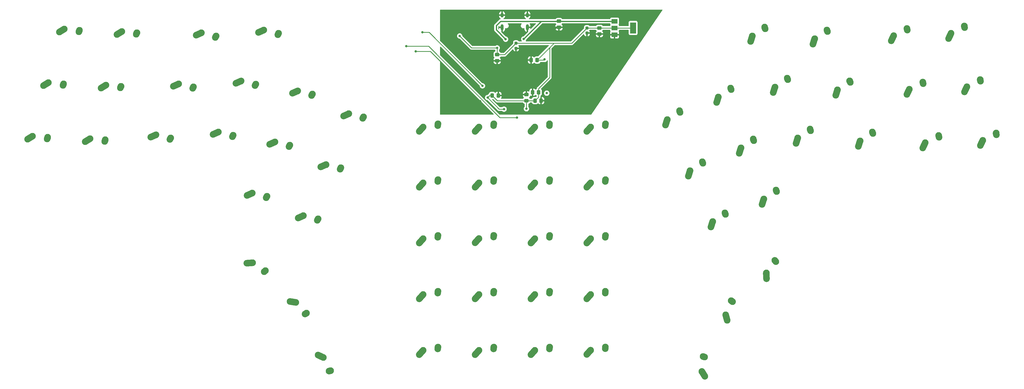
<source format=gbr>
%TF.GenerationSoftware,KiCad,Pcbnew,(5.99.0-9650-gad505e29c0)*%
%TF.CreationDate,2021-03-24T14:31:16-04:00*%
%TF.ProjectId,Hangulator,48616e67-756c-4617-946f-722e6b696361,rev?*%
%TF.SameCoordinates,Original*%
%TF.FileFunction,Copper,L2,Bot*%
%TF.FilePolarity,Positive*%
%FSLAX46Y46*%
G04 Gerber Fmt 4.6, Leading zero omitted, Abs format (unit mm)*
G04 Created by KiCad (PCBNEW (5.99.0-9650-gad505e29c0)) date 2021-03-24 14:31:16*
%MOMM*%
%LPD*%
G01*
G04 APERTURE LIST*
G04 Aperture macros list*
%AMRoundRect*
0 Rectangle with rounded corners*
0 $1 Rounding radius*
0 $2 $3 $4 $5 $6 $7 $8 $9 X,Y pos of 4 corners*
0 Add a 4 corners polygon primitive as box body*
4,1,4,$2,$3,$4,$5,$6,$7,$8,$9,$2,$3,0*
0 Add four circle primitives for the rounded corners*
1,1,$1+$1,$2,$3*
1,1,$1+$1,$4,$5*
1,1,$1+$1,$6,$7*
1,1,$1+$1,$8,$9*
0 Add four rect primitives between the rounded corners*
20,1,$1+$1,$2,$3,$4,$5,0*
20,1,$1+$1,$4,$5,$6,$7,0*
20,1,$1+$1,$6,$7,$8,$9,0*
20,1,$1+$1,$8,$9,$2,$3,0*%
%AMHorizOval*
0 Thick line with rounded ends*
0 $1 width*
0 $2 $3 position (X,Y) of the first rounded end (center of the circle)*
0 $4 $5 position (X,Y) of the second rounded end (center of the circle)*
0 Add line between two ends*
20,1,$1,$2,$3,$4,$5,0*
0 Add two circle primitives to create the rounded ends*
1,1,$1,$2,$3*
1,1,$1,$4,$5*%
G04 Aperture macros list end*
%TA.AperFunction,ComponentPad*%
%ADD10C,2.250000*%
%TD*%
%TA.AperFunction,ComponentPad*%
%ADD11HorizOval,2.250000X0.655001X0.730000X-0.655001X-0.730000X0*%
%TD*%
%TA.AperFunction,ComponentPad*%
%ADD12HorizOval,2.250000X0.020000X0.290000X-0.020000X-0.290000X0*%
%TD*%
%TA.AperFunction,ComponentPad*%
%ADD13HorizOval,2.250000X0.420851X0.885895X-0.420851X-0.885895X0*%
%TD*%
%TA.AperFunction,ComponentPad*%
%ADD14HorizOval,2.250000X-0.063138X0.283749X0.063138X-0.283749X0*%
%TD*%
%TA.AperFunction,ComponentPad*%
%ADD15HorizOval,2.250000X0.301618X0.933248X-0.301618X-0.933248X0*%
%TD*%
%TA.AperFunction,ComponentPad*%
%ADD16HorizOval,2.250000X-0.099635X0.273080X0.099635X-0.273080X0*%
%TD*%
%TA.AperFunction,ComponentPad*%
%ADD17HorizOval,2.250000X-0.035933X0.980120X0.035933X-0.980120X0*%
%TD*%
%TA.AperFunction,ComponentPad*%
%ADD18HorizOval,2.250000X-0.187064X0.222502X0.187064X-0.222502X0*%
%TD*%
%TA.AperFunction,ComponentPad*%
%ADD19HorizOval,2.250000X-0.256647X0.946603X0.256647X-0.946603X0*%
%TD*%
%TA.AperFunction,ComponentPad*%
%ADD20HorizOval,2.250000X-0.232535X0.174435X0.232535X-0.174435X0*%
%TD*%
%TA.AperFunction,ComponentPad*%
%ADD21HorizOval,2.250000X-0.513616X0.835538X0.513616X-0.835538X0*%
%TD*%
%TA.AperFunction,ComponentPad*%
%ADD22HorizOval,2.250000X-0.272342X0.101636X0.272342X-0.101636X0*%
%TD*%
%TA.AperFunction,ComponentPad*%
%ADD23HorizOval,2.250000X0.886115X-0.420387X-0.886115X0.420387X0*%
%TD*%
%TA.AperFunction,ComponentPad*%
%ADD24HorizOval,2.250000X0.283716X0.063287X-0.283716X-0.063287X0*%
%TD*%
%TA.AperFunction,ComponentPad*%
%ADD25HorizOval,2.250000X0.895221X0.400632X-0.895221X-0.400632X0*%
%TD*%
%TA.AperFunction,ComponentPad*%
%ADD26HorizOval,2.250000X0.136180X0.256817X-0.136180X-0.256817X0*%
%TD*%
%TA.AperFunction,ComponentPad*%
%ADD27HorizOval,2.250000X0.968782X-0.152927X-0.968782X0.152927X0*%
%TD*%
%TA.AperFunction,ComponentPad*%
%ADD28HorizOval,2.250000X0.254280X0.140861X-0.254280X-0.140861X0*%
%TD*%
%TA.AperFunction,ComponentPad*%
%ADD29HorizOval,2.250000X0.978268X0.070116X-0.978268X-0.070116X0*%
%TD*%
%TA.AperFunction,ComponentPad*%
%ADD30HorizOval,2.250000X0.215838X0.194715X-0.215838X-0.194715X0*%
%TD*%
%TA.AperFunction,ComponentPad*%
%ADD31HorizOval,2.250000X0.835269X0.514054X-0.835269X-0.514054X0*%
%TD*%
%TA.AperFunction,ComponentPad*%
%ADD32HorizOval,2.250000X0.101493X0.272395X-0.101493X-0.272395X0*%
%TD*%
%TA.AperFunction,ComponentPad*%
%ADD33O,1.000000X1.600000*%
%TD*%
%TA.AperFunction,ComponentPad*%
%ADD34O,1.000000X2.100000*%
%TD*%
%TA.AperFunction,SMDPad,CuDef*%
%ADD35RoundRect,0.250000X-0.475000X0.337500X-0.475000X-0.337500X0.475000X-0.337500X0.475000X0.337500X0*%
%TD*%
%TA.AperFunction,SMDPad,CuDef*%
%ADD36RoundRect,0.250000X0.337500X0.475000X-0.337500X0.475000X-0.337500X-0.475000X0.337500X-0.475000X0*%
%TD*%
%TA.AperFunction,SMDPad,CuDef*%
%ADD37RoundRect,0.237500X0.237500X-0.300000X0.237500X0.300000X-0.237500X0.300000X-0.237500X-0.300000X0*%
%TD*%
%TA.AperFunction,SMDPad,CuDef*%
%ADD38RoundRect,0.250000X-0.337500X-0.475000X0.337500X-0.475000X0.337500X0.475000X-0.337500X0.475000X0*%
%TD*%
%TA.AperFunction,SMDPad,CuDef*%
%ADD39R,2.000000X1.500000*%
%TD*%
%TA.AperFunction,SMDPad,CuDef*%
%ADD40R,2.000000X3.800000*%
%TD*%
%TA.AperFunction,SMDPad,CuDef*%
%ADD41RoundRect,0.250000X0.475000X-0.337500X0.475000X0.337500X-0.475000X0.337500X-0.475000X-0.337500X0*%
%TD*%
%TA.AperFunction,ViaPad*%
%ADD42C,0.800000*%
%TD*%
%TA.AperFunction,Conductor*%
%ADD43C,0.381000*%
%TD*%
%TA.AperFunction,Conductor*%
%ADD44C,0.254000*%
%TD*%
%TA.AperFunction,Conductor*%
%ADD45C,0.250000*%
%TD*%
G04 APERTURE END LIST*
D10*
%TO.P,MX62,1,COL*%
%TO.N,PF3*%
X317900000Y-266990000D03*
D11*
X317245001Y-267720000D03*
D10*
%TO.P,MX62,2,ROW*%
%TO.N,GND*%
X322940000Y-265910000D03*
D12*
X322920000Y-266200000D03*
%TD*%
D10*
%TO.P,MX61,1,COL*%
%TO.N,PC6*%
X317900000Y-247950000D03*
D11*
X317245001Y-248680000D03*
D10*
%TO.P,MX61,2,ROW*%
%TO.N,GND*%
X322940000Y-246870000D03*
D12*
X322920000Y-247160000D03*
%TD*%
D10*
%TO.P,MX60,1,COL*%
%TO.N,PC7*%
X317910000Y-228900000D03*
D11*
X317255001Y-229630000D03*
D10*
%TO.P,MX60,2,ROW*%
%TO.N,GND*%
X322950000Y-227820000D03*
D12*
X322930000Y-228110000D03*
%TD*%
D10*
%TO.P,MX59,1,COL*%
%TO.N,PC8*%
X317920000Y-209850000D03*
D11*
X317265001Y-210580000D03*
D10*
%TO.P,MX59,2,ROW*%
%TO.N,GND*%
X322960000Y-208770000D03*
D12*
X322940000Y-209060000D03*
%TD*%
D10*
%TO.P,MX58,1,COL*%
%TO.N,PC9*%
X317910000Y-190800000D03*
D11*
X317255001Y-191530000D03*
D10*
%TO.P,MX58,2,ROW*%
%TO.N,GND*%
X322950000Y-189720000D03*
D12*
X322930000Y-190010000D03*
%TD*%
D10*
%TO.P,MX57,1,COL*%
%TO.N,PC1*%
X298860000Y-267000000D03*
D11*
X298205001Y-267730000D03*
D10*
%TO.P,MX57,2,ROW*%
%TO.N,GND*%
X303900000Y-265920000D03*
D12*
X303880000Y-266210000D03*
%TD*%
D10*
%TO.P,MX56,1,COL*%
%TO.N,PC2*%
X298860000Y-247950000D03*
D11*
X298205001Y-248680000D03*
D10*
%TO.P,MX56,2,ROW*%
%TO.N,GND*%
X303900000Y-246870000D03*
D12*
X303880000Y-247160000D03*
%TD*%
D10*
%TO.P,MX55,1,COL*%
%TO.N,PC3*%
X298860000Y-228900000D03*
D11*
X298205001Y-229630000D03*
D10*
%TO.P,MX55,2,ROW*%
%TO.N,GND*%
X303900000Y-227820000D03*
D12*
X303880000Y-228110000D03*
%TD*%
D10*
%TO.P,MX54,1,COL*%
%TO.N,PC4*%
X298860000Y-209850000D03*
D11*
X298205001Y-210580000D03*
D10*
%TO.P,MX54,2,ROW*%
%TO.N,GND*%
X303900000Y-208770000D03*
D12*
X303880000Y-209060000D03*
%TD*%
D10*
%TO.P,MX53,1,COL*%
%TO.N,PC5*%
X298850000Y-190800000D03*
D11*
X298195001Y-191530000D03*
D10*
%TO.P,MX53,2,ROW*%
%TO.N,GND*%
X303890000Y-189720000D03*
D12*
X303870000Y-190010000D03*
%TD*%
D10*
%TO.P,MX52,1,COL*%
%TO.N,00*%
X279820000Y-267000000D03*
D11*
X279165001Y-267730000D03*
D10*
%TO.P,MX52,2,ROW*%
%TO.N,GND*%
X284860000Y-265920000D03*
D12*
X284840000Y-266210000D03*
%TD*%
D10*
%TO.P,MX51,1,COL*%
%TO.N,2*%
X279810000Y-247950000D03*
D11*
X279155001Y-248680000D03*
D10*
%TO.P,MX51,2,ROW*%
%TO.N,GND*%
X284850000Y-246870000D03*
D12*
X284830000Y-247160000D03*
%TD*%
D10*
%TO.P,MX50,1,COL*%
%TO.N,5*%
X279820000Y-228890000D03*
D11*
X279165001Y-229620000D03*
D10*
%TO.P,MX50,2,ROW*%
%TO.N,GND*%
X284860000Y-227810000D03*
D12*
X284840000Y-228100000D03*
%TD*%
D10*
%TO.P,MX49,1,COL*%
%TO.N,8*%
X279820000Y-209850000D03*
D11*
X279165001Y-210580000D03*
D10*
%TO.P,MX49,2,ROW*%
%TO.N,GND*%
X284860000Y-208770000D03*
D12*
X284840000Y-209060000D03*
%TD*%
D10*
%TO.P,MX48,1,COL*%
%TO.N,{slash}*%
X279810000Y-190800000D03*
D11*
X279155001Y-191530000D03*
D10*
%TO.P,MX48,2,ROW*%
%TO.N,GND*%
X284850000Y-189720000D03*
D12*
X284830000Y-190010000D03*
%TD*%
D10*
%TO.P,MX47,1,COL*%
%TO.N,01*%
X260770000Y-267000000D03*
D11*
X260115001Y-267730000D03*
D10*
%TO.P,MX47,2,ROW*%
%TO.N,GND*%
X265810000Y-265920000D03*
D12*
X265790000Y-266210000D03*
%TD*%
D10*
%TO.P,MX46,1,COL*%
%TO.N,1*%
X260760000Y-247950000D03*
D11*
X260105001Y-248680000D03*
D10*
%TO.P,MX46,2,ROW*%
%TO.N,GND*%
X265800000Y-246870000D03*
D12*
X265780000Y-247160000D03*
%TD*%
D10*
%TO.P,MX45,1,COL*%
%TO.N,4*%
X260760000Y-228910000D03*
D11*
X260105001Y-229640000D03*
D10*
%TO.P,MX45,2,ROW*%
%TO.N,GND*%
X265800000Y-227830000D03*
D12*
X265780000Y-228120000D03*
%TD*%
D10*
%TO.P,MX44,1,COL*%
%TO.N,7*%
X260760000Y-209850000D03*
D11*
X260105001Y-210580000D03*
D10*
%TO.P,MX44,2,ROW*%
%TO.N,GND*%
X265800000Y-208770000D03*
D12*
X265780000Y-209060000D03*
%TD*%
D10*
%TO.P,MX43,1,COL*%
%TO.N,LOGOUT*%
X260760000Y-190800000D03*
D11*
X260105001Y-191530000D03*
D10*
%TO.P,MX43,2,ROW*%
%TO.N,GND*%
X265800000Y-189720000D03*
D12*
X265780000Y-190010000D03*
%TD*%
D10*
%TO.P,MX42,1,COL*%
%TO.N,LSHFT*%
X451687435Y-195344143D03*
D13*
X451266585Y-196230038D03*
D10*
%TO.P,MX42,2,ROW*%
%TO.N,GND*%
X456213580Y-192877970D03*
D14*
X456276719Y-193161719D03*
%TD*%
D10*
%TO.P,MX41,1,COL*%
%TO.N,ENTER*%
X446277435Y-177074143D03*
D13*
X445856585Y-177960038D03*
D10*
%TO.P,MX41,2,ROW*%
%TO.N,GND*%
X450803580Y-174607970D03*
D14*
X450866719Y-174891719D03*
%TD*%
D10*
%TO.P,MX40,1,COL*%
%TO.N,BKSPC*%
X440867435Y-158814143D03*
D13*
X440446585Y-159700038D03*
D10*
%TO.P,MX40,2,ROW*%
%TO.N,GND*%
X445393580Y-156347970D03*
D14*
X445456719Y-156631719D03*
%TD*%
D10*
%TO.P,MX39,1,COL*%
%TO.N,{slash}?*%
X432067435Y-196174143D03*
D13*
X431646585Y-197060038D03*
D10*
%TO.P,MX39,2,ROW*%
%TO.N,GND*%
X436593580Y-193707970D03*
D14*
X436656719Y-193991719D03*
%TD*%
D10*
%TO.P,MX38,1,COL*%
%TO.N,;:*%
X426657435Y-177914143D03*
D13*
X426236585Y-178800038D03*
D10*
%TO.P,MX38,2,ROW*%
%TO.N,GND*%
X431183580Y-175447970D03*
D14*
X431246719Y-175731719D03*
%TD*%
D10*
%TO.P,MX37,1,COL*%
%TO.N,P*%
X421247435Y-159654143D03*
D13*
X420826585Y-160540038D03*
D10*
%TO.P,MX37,2,ROW*%
%TO.N,GND*%
X425773580Y-157187970D03*
D14*
X425836719Y-157471719D03*
%TD*%
D10*
%TO.P,MX36,1,COL*%
%TO.N,.>*%
X409839650Y-195511977D03*
D15*
X409538033Y-196445225D03*
D10*
%TO.P,MX36,2,ROW*%
%TO.N,GND*%
X414005174Y-192476122D03*
D16*
X414104809Y-192749203D03*
%TD*%
D10*
%TO.P,MX35,1,COL*%
%TO.N,L*%
X402079650Y-178101977D03*
D15*
X401778033Y-179035225D03*
D10*
%TO.P,MX35,2,ROW*%
%TO.N,GND*%
X406245174Y-175066122D03*
D16*
X406344809Y-175339203D03*
%TD*%
D10*
%TO.P,MX34,1,COL*%
%TO.N,O*%
X394349650Y-160701977D03*
D15*
X394048033Y-161635225D03*
D10*
%TO.P,MX34,2,ROW*%
%TO.N,GND*%
X398515174Y-157666122D03*
D16*
X398614809Y-157939203D03*
%TD*%
D10*
%TO.P,MX33,1,COL*%
%TO.N,RT1*%
X377843017Y-240599287D03*
D17*
X377878950Y-241579405D03*
D10*
%TO.P,MX33,2,ROW*%
%TO.N,GND*%
X380718259Y-236321322D03*
D18*
X380905323Y-236543823D03*
%TD*%
D10*
%TO.P,MX32,1,COL*%
%TO.N,\u002C<*%
X388549650Y-194551977D03*
D15*
X388248033Y-195485225D03*
D10*
%TO.P,MX32,2,ROW*%
%TO.N,GND*%
X392715174Y-191516122D03*
D16*
X392814809Y-191789203D03*
%TD*%
D10*
%TO.P,MX31,1,COL*%
%TO.N,K*%
X380809650Y-177151977D03*
D15*
X380508033Y-178085225D03*
D10*
%TO.P,MX31,2,ROW*%
%TO.N,GND*%
X384975174Y-174116122D03*
D16*
X385074809Y-174389203D03*
%TD*%
D10*
%TO.P,MX30,1,COL*%
%TO.N,I*%
X373069650Y-159751977D03*
D15*
X372768033Y-160685225D03*
D10*
%TO.P,MX30,2,ROW*%
%TO.N,GND*%
X377235174Y-156716122D03*
D16*
X377334809Y-156989203D03*
%TD*%
D10*
%TO.P,MX29,1,COL*%
%TO.N,RT2*%
X363993624Y-254893882D03*
D19*
X364250272Y-255840485D03*
D10*
%TO.P,MX29,2,ROW*%
%TO.N,GND*%
X365826956Y-250076529D03*
D20*
X366059491Y-250250964D03*
%TD*%
D10*
%TO.P,MX28,1,COL*%
%TO.N,M*%
X376969650Y-215361977D03*
D15*
X376668033Y-216295225D03*
D10*
%TO.P,MX28,2,ROW*%
%TO.N,GND*%
X381135174Y-212326122D03*
D16*
X381234809Y-212599203D03*
%TD*%
D10*
%TO.P,MX27,1,COL*%
%TO.N,J*%
X369219650Y-197951977D03*
D15*
X368918033Y-198885225D03*
D10*
%TO.P,MX27,2,ROW*%
%TO.N,GND*%
X373385174Y-194916122D03*
D16*
X373484809Y-195189203D03*
%TD*%
D10*
%TO.P,MX26,1,COL*%
%TO.N,U*%
X361459650Y-180541977D03*
D15*
X361158033Y-181475225D03*
D10*
%TO.P,MX26,2,ROW*%
%TO.N,GND*%
X365625174Y-177506122D03*
D16*
X365724809Y-177779203D03*
%TD*%
D10*
%TO.P,MX25,1,COL*%
%TO.N,RT3*%
X355864243Y-274259401D03*
D21*
X356377860Y-275094938D03*
D10*
%TO.P,MX25,2,ROW*%
%TO.N,GND*%
X356261949Y-269120352D03*
D22*
X356534291Y-269221988D03*
%TD*%
D10*
%TO.P,MX24,1,COL*%
%TO.N,N*%
X359549650Y-223101977D03*
D15*
X359248033Y-224035225D03*
D10*
%TO.P,MX24,2,ROW*%
%TO.N,GND*%
X363715174Y-220066122D03*
D16*
X363814809Y-220339203D03*
%TD*%
D10*
%TO.P,MX23,1,COL*%
%TO.N,H*%
X351809650Y-205691977D03*
D15*
X351508033Y-206625225D03*
D10*
%TO.P,MX23,2,ROW*%
%TO.N,GND*%
X355975174Y-202656122D03*
D16*
X356074809Y-202929203D03*
%TD*%
D10*
%TO.P,MX22,1,COL*%
%TO.N,Y*%
X344069650Y-188291977D03*
D15*
X343768033Y-189225225D03*
D10*
%TO.P,MX22,2,ROW*%
%TO.N,GND*%
X348235174Y-185256122D03*
D16*
X348334809Y-185529203D03*
%TD*%
D10*
%TO.P,MX21,1,COL*%
%TO.N,GUI*%
X226714007Y-269465799D03*
D23*
X225827892Y-269045413D03*
D10*
%TO.P,MX21,2,ROW*%
%TO.N,GND*%
X229182549Y-273990652D03*
D24*
X228898833Y-274053939D03*
%TD*%
D10*
%TO.P,MX20,1,COL*%
%TO.N,B*%
X219882268Y-221069091D03*
D25*
X218987048Y-221469723D03*
D10*
%TO.P,MX20,2,ROW*%
%TO.N,GND*%
X224925998Y-222131535D03*
D26*
X224789818Y-222388352D03*
%TD*%
D10*
%TO.P,MX19,1,COL*%
%TO.N,G*%
X227632268Y-203659091D03*
D25*
X226737048Y-204059723D03*
D10*
%TO.P,MX19,2,ROW*%
%TO.N,GND*%
X232675998Y-204721535D03*
D26*
X232539818Y-204978352D03*
%TD*%
D10*
%TO.P,MX18,1,COL*%
%TO.N,T*%
X235372268Y-186259091D03*
D25*
X234477048Y-186659723D03*
D10*
%TO.P,MX18,2,ROW*%
%TO.N,GND*%
X240415998Y-187321535D03*
D26*
X240279818Y-187578352D03*
%TD*%
D10*
%TO.P,MX17,1,COL*%
%TO.N,M3*%
X217288306Y-250687206D03*
D27*
X216319524Y-250534280D03*
D10*
%TO.P,MX17,2,ROW*%
%TO.N,GND*%
X220934603Y-254330353D03*
D28*
X220680324Y-254471214D03*
%TD*%
D10*
%TO.P,MX16,1,COL*%
%TO.N,V*%
X202462268Y-213329091D03*
D25*
X201567048Y-213729723D03*
D10*
%TO.P,MX16,2,ROW*%
%TO.N,GND*%
X207505998Y-214391535D03*
D26*
X207369818Y-214648352D03*
%TD*%
D10*
%TO.P,MX15,1,COL*%
%TO.N,F*%
X210212268Y-195909091D03*
D25*
X209317048Y-196309723D03*
D10*
%TO.P,MX15,2,ROW*%
%TO.N,GND*%
X215255998Y-196971535D03*
D26*
X215119818Y-197228352D03*
%TD*%
D10*
%TO.P,MX14,1,COL*%
%TO.N,R*%
X217952268Y-178509091D03*
D25*
X217057048Y-178909723D03*
D10*
%TO.P,MX14,2,ROW*%
%TO.N,GND*%
X222995998Y-179571535D03*
D26*
X222859818Y-179828352D03*
%TD*%
D10*
%TO.P,MX13,1,COL*%
%TO.N,SPACE*%
X202560284Y-237115995D03*
D29*
X201582016Y-237186113D03*
D10*
%TO.P,MX13,2,ROW*%
%TO.N,GND*%
X206935988Y-239840186D03*
D30*
X206720150Y-240034902D03*
%TD*%
D10*
%TO.P,MX12,1,COL*%
%TO.N,C*%
X190882268Y-192509091D03*
D25*
X189987048Y-192909723D03*
D10*
%TO.P,MX12,2,ROW*%
%TO.N,GND*%
X195925998Y-193571535D03*
D26*
X195789818Y-193828352D03*
%TD*%
D10*
%TO.P,MX11,1,COL*%
%TO.N,D*%
X198622268Y-175119091D03*
D25*
X197727048Y-175519723D03*
D10*
%TO.P,MX11,2,ROW*%
%TO.N,GND*%
X203665998Y-176181535D03*
D26*
X203529818Y-176438352D03*
%TD*%
D10*
%TO.P,MX10,1,COL*%
%TO.N,E*%
X206372268Y-157709091D03*
D25*
X205477048Y-158109723D03*
D10*
%TO.P,MX10,2,ROW*%
%TO.N,GND*%
X211415998Y-158771535D03*
D26*
X211279818Y-159028352D03*
%TD*%
D10*
%TO.P,MX9,1,COL*%
%TO.N,X*%
X169612268Y-193479091D03*
D25*
X168717048Y-193879723D03*
D10*
%TO.P,MX9,2,ROW*%
%TO.N,GND*%
X174655998Y-194541535D03*
D26*
X174519818Y-194798352D03*
%TD*%
D10*
%TO.P,MX8,1,COL*%
%TO.N,S*%
X177352268Y-176069091D03*
D25*
X176457048Y-176469723D03*
D10*
%TO.P,MX8,2,ROW*%
%TO.N,GND*%
X182395998Y-177131535D03*
D26*
X182259818Y-177388352D03*
%TD*%
D10*
%TO.P,MX7,1,COL*%
%TO.N,W*%
X185092268Y-158669091D03*
D25*
X184197048Y-159069723D03*
D10*
%TO.P,MX7,2,ROW*%
%TO.N,GND*%
X190135998Y-159731535D03*
D26*
X189999818Y-159988352D03*
%TD*%
D10*
%TO.P,MX6,1,COL*%
%TO.N,Z*%
X147138219Y-194764903D03*
D31*
X146302951Y-195278957D03*
D10*
%TO.P,MX6,2,ROW*%
%TO.N,GND*%
X152277476Y-195159918D03*
D32*
X152175982Y-195432313D03*
%TD*%
D10*
%TO.P,MX5,1,COL*%
%TO.N,A*%
X152548219Y-176504903D03*
D31*
X151712951Y-177018957D03*
D10*
%TO.P,MX5,2,ROW*%
%TO.N,GND*%
X157687476Y-176899918D03*
D32*
X157585982Y-177172313D03*
%TD*%
D10*
%TO.P,MX4,1,COL*%
%TO.N,Q*%
X157958219Y-158224903D03*
D31*
X157122951Y-158738957D03*
D10*
%TO.P,MX4,2,ROW*%
%TO.N,GND*%
X163097476Y-158619918D03*
D32*
X162995982Y-158892313D03*
%TD*%
D10*
%TO.P,MX3,1,COL*%
%TO.N,RSHFT*%
X127518219Y-193924903D03*
D31*
X126682951Y-194438957D03*
D10*
%TO.P,MX3,2,ROW*%
%TO.N,GND*%
X132657476Y-194319918D03*
D32*
X132555982Y-194592313D03*
%TD*%
D10*
%TO.P,MX2,1,COL*%
%TO.N,LCTRL*%
X132928219Y-175664903D03*
D31*
X132092951Y-176178957D03*
D10*
%TO.P,MX2,2,ROW*%
%TO.N,GND*%
X138067476Y-176059918D03*
D32*
X137965982Y-176332313D03*
%TD*%
D10*
%TO.P,MX1,1,COL*%
%TO.N,TAB*%
X138338219Y-157384903D03*
D31*
X137502951Y-157898957D03*
D10*
%TO.P,MX1,2,ROW*%
%TO.N,GND*%
X143477476Y-157779918D03*
D32*
X143375982Y-158052313D03*
%TD*%
D33*
%TO.P,USB1,13,SHIELD*%
%TO.N,GND*%
X296320000Y-152600000D03*
X287680000Y-152600000D03*
D34*
X287680000Y-156780000D03*
X296320000Y-156780000D03*
%TD*%
D35*
%TO.P,C2,1*%
%TO.N,VDD1*%
X320900000Y-157012500D03*
%TO.P,C2,2*%
%TO.N,GND*%
X320900000Y-159087500D03*
%TD*%
%TO.P,C1,1*%
%TO.N,+5V*%
X307075000Y-154687500D03*
%TO.P,C1,2*%
%TO.N,GND*%
X307075000Y-156762500D03*
%TD*%
D36*
%TO.P,C8,1*%
%TO.N,GND*%
X300987500Y-181800000D03*
%TO.P,C8,2*%
%TO.N,VDD1*%
X298912500Y-181800000D03*
%TD*%
D37*
%TO.P,C10,1*%
%TO.N,GND*%
X316625000Y-158762500D03*
%TO.P,C10,2*%
%TO.N,VDD1*%
X316625000Y-157037500D03*
%TD*%
D38*
%TO.P,C4,1*%
%TO.N,GND*%
X297587500Y-167950000D03*
%TO.P,C4,2*%
%TO.N,VDD1*%
X299662500Y-167950000D03*
%TD*%
D39*
%TO.P,U1,1,GND*%
%TO.N,GND*%
X326075000Y-159300000D03*
D40*
%TO.P,U1,2,VO*%
%TO.N,VDD1*%
X332375000Y-157000000D03*
D39*
X326075000Y-157000000D03*
%TO.P,U1,3,VI*%
%TO.N,+5V*%
X326075000Y-154700000D03*
%TD*%
D38*
%TO.P,C5,1*%
%TO.N,GND*%
X298087500Y-178925000D03*
%TO.P,C5,2*%
%TO.N,VDD1*%
X300162500Y-178925000D03*
%TD*%
D41*
%TO.P,C3,1*%
%TO.N,GND*%
X286000000Y-168187500D03*
%TO.P,C3,2*%
%TO.N,VDD1*%
X286000000Y-166112500D03*
%TD*%
D36*
%TO.P,C6,1*%
%TO.N,GND*%
X286387500Y-180025000D03*
%TO.P,C6,2*%
%TO.N,VDD1*%
X284312500Y-180025000D03*
%TD*%
D35*
%TO.P,C7,1*%
%TO.N,GND*%
X296000000Y-179737500D03*
%TO.P,C7,2*%
%TO.N,VDD1*%
X296000000Y-181812500D03*
%TD*%
D37*
%TO.P,C9,1*%
%TO.N,GND*%
X292450000Y-163937500D03*
%TO.P,C9,2*%
%TO.N,VDD1*%
X292450000Y-162212500D03*
%TD*%
D42*
%TO.N,GND*%
X304875000Y-158225000D03*
%TO.N,RESET*%
X255000000Y-163250000D03*
X292750000Y-187575000D03*
%TO.N,BOOT*%
X281000000Y-176750000D03*
X260500000Y-158500000D03*
%TO.N,VDD1*%
X302920000Y-179250000D03*
X282750000Y-180750000D03*
X273225000Y-159725000D03*
X302200000Y-167725000D03*
X286000000Y-163800000D03*
X288350000Y-184700000D03*
X296000000Y-184575000D03*
%TO.N,GND*%
X280250000Y-182000000D03*
X258250000Y-165000000D03*
%TO.N,+5V*%
X295075000Y-160775000D03*
X288900000Y-160850000D03*
%TD*%
D43*
%TO.N,GND*%
X306337500Y-156762500D02*
X304875000Y-158225000D01*
X307075000Y-156762500D02*
X306337500Y-156762500D01*
D44*
%TO.N,RESET*%
X262600000Y-163250000D02*
X262075000Y-163250000D01*
D45*
X262075000Y-163250000D02*
X255000000Y-163250000D01*
D44*
X292750000Y-187575000D02*
X286925000Y-187575000D01*
X286925000Y-187575000D02*
X262600000Y-163250000D01*
D45*
%TO.N,BOOT*%
X281000000Y-176750000D02*
X262750000Y-158500000D01*
X262750000Y-158500000D02*
X260500000Y-158500000D01*
D44*
%TO.N,VDD1*%
X320912500Y-157000000D02*
X320900000Y-157012500D01*
X286700000Y-184700000D02*
X282750000Y-180750000D01*
X286000000Y-163800000D02*
X277300000Y-163800000D01*
X298912500Y-181800000D02*
X296012500Y-181800000D01*
X301975000Y-167950000D02*
X299662500Y-167950000D01*
X296012500Y-181800000D02*
X296000000Y-181812500D01*
X284312500Y-180025000D02*
X283475000Y-180025000D01*
X303912500Y-163687500D02*
X305287500Y-162312500D01*
X288350000Y-184700000D02*
X286700000Y-184700000D01*
D45*
X302920000Y-179280000D02*
X302920000Y-179250000D01*
D44*
X303912500Y-173900000D02*
X300162500Y-177650000D01*
X283475000Y-180025000D02*
X282750000Y-180750000D01*
X303912500Y-163687500D02*
X303912500Y-173900000D01*
X320900000Y-157012500D02*
X316650000Y-157012500D01*
X286000000Y-166112500D02*
X286000000Y-163800000D01*
X299662500Y-167937500D02*
X303912500Y-163687500D01*
X296000000Y-184575000D02*
X296000000Y-181812500D01*
X302200000Y-167725000D02*
X301975000Y-167950000D01*
D45*
X282500000Y-180750000D02*
X282750000Y-180750000D01*
D44*
X299662500Y-167950000D02*
X299662500Y-167937500D01*
X286100000Y-181812500D02*
X284312500Y-180025000D01*
X311450000Y-162212500D02*
X311493750Y-162168750D01*
X326075000Y-157000000D02*
X320912500Y-157000000D01*
X300162500Y-177650000D02*
X300162500Y-178925000D01*
X286000000Y-166112500D02*
X288550000Y-166112500D01*
X316650000Y-157012500D02*
X316625000Y-157037500D01*
X311493750Y-162168750D02*
X316625000Y-157037500D01*
X326075000Y-157000000D02*
X332375000Y-157000000D01*
X300162500Y-178925000D02*
X300162500Y-180550000D01*
X277300000Y-163800000D02*
X273225000Y-159725000D01*
X296000000Y-181812500D02*
X286100000Y-181812500D01*
X300162500Y-180550000D02*
X298912500Y-181800000D01*
X292450000Y-162212500D02*
X311450000Y-162212500D01*
X288550000Y-166112500D02*
X292450000Y-162212500D01*
D45*
%TO.N,GND*%
X263250000Y-165000000D02*
X258250000Y-165000000D01*
X280250000Y-182000000D02*
X263250000Y-165000000D01*
D43*
%TO.N,+5V*%
X287175000Y-154700000D02*
X285700000Y-156175000D01*
X301100000Y-154700000D02*
X287175000Y-154700000D01*
X285700000Y-157650000D02*
X288900000Y-160850000D01*
X301100000Y-154750000D02*
X301100000Y-154700000D01*
X285700000Y-156175000D02*
X285700000Y-157650000D01*
X295075000Y-160775000D02*
X301100000Y-154750000D01*
X326075000Y-154700000D02*
X301100000Y-154700000D01*
%TD*%
%TA.AperFunction,Conductor*%
%TO.N,GND*%
G36*
X266708512Y-168257699D02*
G01*
X266715095Y-168263828D01*
X284802347Y-186351080D01*
X284836373Y-186413392D01*
X284831308Y-186484207D01*
X284788761Y-186541043D01*
X284722241Y-186565854D01*
X284713313Y-186566175D01*
X268353372Y-186574102D01*
X266626061Y-186574939D01*
X266557931Y-186554970D01*
X266511412Y-186501337D01*
X266500000Y-186448939D01*
X266500000Y-168352923D01*
X266520002Y-168284802D01*
X266573658Y-168238309D01*
X266643932Y-168228205D01*
X266708512Y-168257699D01*
G37*
%TD.AperFunction*%
%TA.AperFunction,Conductor*%
G36*
X342365639Y-150778002D02*
G01*
X342412132Y-150831658D01*
X342422236Y-150901932D01*
X342401579Y-150955045D01*
X318137497Y-186495077D01*
X318082568Y-186540058D01*
X318033497Y-186550032D01*
X304951249Y-186556371D01*
X286866116Y-186565133D01*
X286797987Y-186545164D01*
X286776961Y-186528228D01*
X266536905Y-166288172D01*
X266502879Y-166225860D01*
X266500000Y-166199077D01*
X266500000Y-163450094D01*
X266520002Y-163381973D01*
X266573658Y-163335480D01*
X266643932Y-163325376D01*
X266708512Y-163354870D01*
X266715095Y-163360999D01*
X280052882Y-176698786D01*
X280086908Y-176761098D01*
X280089097Y-176774710D01*
X280106462Y-176939927D01*
X280165476Y-177121554D01*
X280260963Y-177286942D01*
X280388749Y-177428863D01*
X280394091Y-177432744D01*
X280394093Y-177432746D01*
X280447167Y-177471306D01*
X280543250Y-177541114D01*
X280549278Y-177543798D01*
X280549280Y-177543799D01*
X280653939Y-177590396D01*
X280717713Y-177618790D01*
X280811113Y-177638643D01*
X280898056Y-177657124D01*
X280898061Y-177657124D01*
X280904513Y-177658496D01*
X281095487Y-177658496D01*
X281101939Y-177657124D01*
X281101944Y-177657124D01*
X281188887Y-177638643D01*
X281282287Y-177618790D01*
X281346061Y-177590396D01*
X281450720Y-177543799D01*
X281450722Y-177543798D01*
X281456750Y-177541114D01*
X281552833Y-177471306D01*
X281605907Y-177432746D01*
X281605909Y-177432744D01*
X281611251Y-177428863D01*
X281739037Y-177286942D01*
X281834524Y-177121554D01*
X281893538Y-176939927D01*
X281913500Y-176750000D01*
X281893538Y-176560073D01*
X281834524Y-176378446D01*
X281739037Y-176213058D01*
X281611251Y-176071137D01*
X281605909Y-176067256D01*
X281605907Y-176067254D01*
X281462092Y-175962767D01*
X281462091Y-175962766D01*
X281456750Y-175958886D01*
X281450722Y-175956202D01*
X281450720Y-175956201D01*
X281288318Y-175883895D01*
X281288317Y-175883895D01*
X281282287Y-175881210D01*
X281188887Y-175861357D01*
X281101944Y-175842876D01*
X281101939Y-175842876D01*
X281095487Y-175841504D01*
X281039599Y-175841504D01*
X280971478Y-175821502D01*
X280950504Y-175804599D01*
X273746548Y-168600643D01*
X273600953Y-168455048D01*
X284767000Y-168455048D01*
X284767000Y-168564223D01*
X284767424Y-168571524D01*
X284781617Y-168693255D01*
X284784963Y-168707410D01*
X284840263Y-168859761D01*
X284846773Y-168872760D01*
X284935641Y-169008306D01*
X284944965Y-169019458D01*
X285062629Y-169130922D01*
X285074276Y-169139635D01*
X285214429Y-169221043D01*
X285227754Y-169226837D01*
X285383700Y-169274068D01*
X285396323Y-169276516D01*
X285466184Y-169282751D01*
X285471779Y-169283000D01*
X285727885Y-169283000D01*
X285743124Y-169278525D01*
X285744329Y-169277135D01*
X285746000Y-169269452D01*
X285746000Y-168459615D01*
X285744659Y-168455048D01*
X286254000Y-168455048D01*
X286254000Y-169264885D01*
X286258475Y-169280124D01*
X286259865Y-169281329D01*
X286267548Y-169283000D01*
X286514223Y-169283000D01*
X286521524Y-169282576D01*
X286643255Y-169268383D01*
X286657410Y-169265037D01*
X286809761Y-169209737D01*
X286822760Y-169203227D01*
X286958306Y-169114359D01*
X286969458Y-169105035D01*
X287080922Y-168987371D01*
X287089635Y-168975724D01*
X287171043Y-168835571D01*
X287176837Y-168822246D01*
X287224068Y-168666300D01*
X287226516Y-168653677D01*
X287232751Y-168583816D01*
X287233000Y-168578221D01*
X287233000Y-168459615D01*
X287228525Y-168444376D01*
X287227135Y-168443171D01*
X287219452Y-168441500D01*
X286272115Y-168441500D01*
X286256876Y-168445975D01*
X286255671Y-168447365D01*
X286254000Y-168455048D01*
X285744659Y-168455048D01*
X285741525Y-168444376D01*
X285740135Y-168443171D01*
X285732452Y-168441500D01*
X284785115Y-168441500D01*
X284769876Y-168445975D01*
X284768671Y-168447365D01*
X284767000Y-168455048D01*
X273600953Y-168455048D01*
X273363453Y-168217548D01*
X296492000Y-168217548D01*
X296492000Y-168464223D01*
X296492424Y-168471524D01*
X296506617Y-168593255D01*
X296509963Y-168607410D01*
X296565263Y-168759761D01*
X296571773Y-168772760D01*
X296660641Y-168908306D01*
X296669965Y-168919458D01*
X296787629Y-169030922D01*
X296799276Y-169039635D01*
X296939429Y-169121043D01*
X296952754Y-169126837D01*
X297108700Y-169174068D01*
X297121323Y-169176516D01*
X297191184Y-169182751D01*
X297196779Y-169183000D01*
X297315385Y-169183000D01*
X297330624Y-169178525D01*
X297331829Y-169177135D01*
X297333500Y-169169452D01*
X297333500Y-168222115D01*
X297329025Y-168206876D01*
X297327635Y-168205671D01*
X297319952Y-168204000D01*
X296510115Y-168204000D01*
X296494876Y-168208475D01*
X296493671Y-168209865D01*
X296492000Y-168217548D01*
X273363453Y-168217548D01*
X266536905Y-161391001D01*
X266502879Y-161328689D01*
X266500000Y-161301906D01*
X266500000Y-159725000D01*
X272311500Y-159725000D01*
X272312190Y-159731565D01*
X272326373Y-159866504D01*
X272331462Y-159914927D01*
X272390476Y-160096554D01*
X272393779Y-160102276D01*
X272393780Y-160102277D01*
X272398087Y-160109737D01*
X272485963Y-160261942D01*
X272490381Y-160266849D01*
X272490382Y-160266850D01*
X272609327Y-160398952D01*
X272613749Y-160403863D01*
X272619091Y-160407744D01*
X272619093Y-160407746D01*
X272762267Y-160511767D01*
X272768250Y-160516114D01*
X272774278Y-160518798D01*
X272774280Y-160518799D01*
X272909031Y-160578794D01*
X272942713Y-160593790D01*
X273036113Y-160613643D01*
X273123056Y-160632124D01*
X273123061Y-160632124D01*
X273129513Y-160633496D01*
X273182573Y-160633496D01*
X273250694Y-160653498D01*
X273271668Y-160670401D01*
X276795129Y-164193861D01*
X276802443Y-164201899D01*
X276806486Y-164208270D01*
X276812261Y-164213693D01*
X276855136Y-164253955D01*
X276857978Y-164256710D01*
X276878621Y-164277353D01*
X276882155Y-164280094D01*
X276882156Y-164280095D01*
X276891183Y-164287805D01*
X276923524Y-164318175D01*
X276941353Y-164327977D01*
X276957874Y-164338829D01*
X276973959Y-164351306D01*
X277001902Y-164363397D01*
X277014680Y-164368927D01*
X277025343Y-164374151D01*
X277057267Y-164391702D01*
X277057269Y-164391703D01*
X277064216Y-164395522D01*
X277071896Y-164397494D01*
X277083931Y-164400584D01*
X277102632Y-164406987D01*
X277114029Y-164411919D01*
X277114035Y-164411921D01*
X277121306Y-164415067D01*
X277129131Y-164416306D01*
X277129140Y-164416309D01*
X277165121Y-164422008D01*
X277176742Y-164424414D01*
X277213968Y-164433972D01*
X277213977Y-164433973D01*
X277219724Y-164435449D01*
X277220535Y-164435500D01*
X277240396Y-164435500D01*
X277260106Y-164437051D01*
X277279881Y-164440183D01*
X277287773Y-164439437D01*
X277323509Y-164436059D01*
X277335366Y-164435500D01*
X285238500Y-164435500D01*
X285306621Y-164455502D01*
X285353114Y-164509158D01*
X285364500Y-164561500D01*
X285364500Y-164938173D01*
X285344498Y-165006294D01*
X285290842Y-165052787D01*
X285281491Y-165056612D01*
X285276764Y-165058328D01*
X285183136Y-165092313D01*
X285035253Y-165189269D01*
X284913642Y-165317645D01*
X284824825Y-165470555D01*
X284773567Y-165639796D01*
X284766500Y-165718978D01*
X284766500Y-166492886D01*
X284772650Y-166545633D01*
X284781094Y-166618057D01*
X284781978Y-166625643D01*
X284784474Y-166632521D01*
X284784475Y-166632523D01*
X284828731Y-166754445D01*
X284842313Y-166791864D01*
X284939269Y-166939747D01*
X284944580Y-166944778D01*
X284944584Y-166944783D01*
X285065736Y-167059550D01*
X285101435Y-167120919D01*
X285098288Y-167191846D01*
X285057294Y-167249811D01*
X285048171Y-167256394D01*
X285041693Y-167260641D01*
X285030542Y-167269965D01*
X284919078Y-167387629D01*
X284910365Y-167399276D01*
X284828957Y-167539429D01*
X284823163Y-167552754D01*
X284775932Y-167708700D01*
X284773484Y-167721323D01*
X284767249Y-167791184D01*
X284767000Y-167796779D01*
X284767000Y-167915385D01*
X284771475Y-167930624D01*
X284772865Y-167931829D01*
X284780548Y-167933500D01*
X287214885Y-167933500D01*
X287230124Y-167929025D01*
X287231329Y-167927635D01*
X287233000Y-167919952D01*
X287233000Y-167810777D01*
X287232576Y-167803476D01*
X287218383Y-167681745D01*
X287215037Y-167667590D01*
X287159737Y-167515239D01*
X287153227Y-167502240D01*
X287100474Y-167421779D01*
X296492000Y-167421779D01*
X296492000Y-167677885D01*
X296496475Y-167693124D01*
X296497865Y-167694329D01*
X296505548Y-167696000D01*
X297315385Y-167696000D01*
X297330624Y-167691525D01*
X297331829Y-167690135D01*
X297333500Y-167682452D01*
X297333500Y-166735115D01*
X297329025Y-166719876D01*
X297327635Y-166718671D01*
X297319952Y-166717000D01*
X297210777Y-166717000D01*
X297203476Y-166717424D01*
X297081745Y-166731617D01*
X297067590Y-166734963D01*
X296915239Y-166790263D01*
X296902240Y-166796773D01*
X296766694Y-166885641D01*
X296755542Y-166894965D01*
X296644078Y-167012629D01*
X296635365Y-167024276D01*
X296553957Y-167164429D01*
X296548163Y-167177754D01*
X296500932Y-167333700D01*
X296498484Y-167346323D01*
X296492249Y-167416184D01*
X296492000Y-167421779D01*
X287100474Y-167421779D01*
X287064359Y-167366694D01*
X287055035Y-167355542D01*
X286934207Y-167241081D01*
X286898509Y-167179712D01*
X286901656Y-167108785D01*
X286942650Y-167050819D01*
X286951774Y-167044237D01*
X286958625Y-167039745D01*
X286958626Y-167039744D01*
X286964747Y-167035731D01*
X287086358Y-166907355D01*
X287090033Y-166901028D01*
X287090036Y-166901024D01*
X287142491Y-166810715D01*
X287194002Y-166761856D01*
X287251445Y-166748000D01*
X288471512Y-166748000D01*
X288482355Y-166748511D01*
X288489723Y-166750158D01*
X288497648Y-166749909D01*
X288497649Y-166749909D01*
X288540877Y-166748550D01*
X288556408Y-166748062D01*
X288560364Y-166748000D01*
X288589580Y-166748000D01*
X288594016Y-166747439D01*
X288605851Y-166746507D01*
X288650196Y-166745114D01*
X288669746Y-166739434D01*
X288689079Y-166735431D01*
X288709286Y-166732878D01*
X288716658Y-166729959D01*
X288716663Y-166729958D01*
X288750541Y-166716545D01*
X288761768Y-166712701D01*
X288796756Y-166702535D01*
X288804373Y-166700322D01*
X288821893Y-166689961D01*
X288839640Y-166681266D01*
X288858563Y-166673774D01*
X288880419Y-166657895D01*
X288894449Y-166647701D01*
X288904373Y-166641182D01*
X288937449Y-166621622D01*
X288937458Y-166621615D01*
X288942567Y-166618594D01*
X288943176Y-166618057D01*
X288957218Y-166604015D01*
X288972252Y-166591174D01*
X288982038Y-166584064D01*
X288988452Y-166579404D01*
X289016390Y-166545633D01*
X289024379Y-166536854D01*
X291263466Y-164297767D01*
X291325778Y-164263741D01*
X291396593Y-164268806D01*
X291453429Y-164311353D01*
X291477713Y-164372272D01*
X291481281Y-164402879D01*
X291484626Y-164417032D01*
X291538940Y-164566664D01*
X291545450Y-164579663D01*
X291632731Y-164712788D01*
X291642055Y-164723940D01*
X291757617Y-164833413D01*
X291769264Y-164842126D01*
X291906910Y-164922078D01*
X291920247Y-164927877D01*
X292073407Y-164974264D01*
X292086039Y-164976714D01*
X292153682Y-164982751D01*
X292159277Y-164983000D01*
X292177885Y-164983000D01*
X292193124Y-164978525D01*
X292194329Y-164977135D01*
X292196000Y-164969452D01*
X292196000Y-164205048D01*
X292704000Y-164205048D01*
X292704000Y-164964885D01*
X292708475Y-164980124D01*
X292709865Y-164981329D01*
X292717548Y-164983000D01*
X292726723Y-164983000D01*
X292734027Y-164982575D01*
X292852880Y-164968719D01*
X292867032Y-164965374D01*
X293016664Y-164911060D01*
X293029663Y-164904550D01*
X293162788Y-164817269D01*
X293173940Y-164807945D01*
X293283413Y-164692383D01*
X293292126Y-164680736D01*
X293372078Y-164543090D01*
X293377877Y-164529753D01*
X293424264Y-164376593D01*
X293426714Y-164363961D01*
X293432751Y-164296318D01*
X293433000Y-164290723D01*
X293433000Y-164209615D01*
X293428525Y-164194376D01*
X293427135Y-164193171D01*
X293419452Y-164191500D01*
X292722115Y-164191500D01*
X292706876Y-164195975D01*
X292705671Y-164197365D01*
X292704000Y-164205048D01*
X292196000Y-164205048D01*
X292196000Y-163809500D01*
X292216002Y-163741379D01*
X292269658Y-163694886D01*
X292322000Y-163683500D01*
X293414885Y-163683500D01*
X293430124Y-163679025D01*
X293431329Y-163677635D01*
X293433000Y-163669952D01*
X293433000Y-163598277D01*
X293432575Y-163590973D01*
X293418719Y-163472120D01*
X293415374Y-163457968D01*
X293361060Y-163308336D01*
X293354550Y-163295337D01*
X293267273Y-163162217D01*
X293260577Y-163154209D01*
X293232226Y-163089119D01*
X293243566Y-163019034D01*
X293265767Y-162986733D01*
X293283813Y-162967683D01*
X293288849Y-162962367D01*
X293292526Y-162956037D01*
X293292531Y-162956030D01*
X293318853Y-162910714D01*
X293370364Y-162861856D01*
X293427806Y-162848000D01*
X303549077Y-162848000D01*
X303617198Y-162868002D01*
X303663691Y-162921658D01*
X303673795Y-162991932D01*
X303644301Y-163056512D01*
X303638172Y-163063095D01*
X303518637Y-163182630D01*
X303510604Y-163189941D01*
X303504230Y-163193986D01*
X303458561Y-163242619D01*
X303455806Y-163245461D01*
X300021672Y-166679595D01*
X299959360Y-166713621D01*
X299932577Y-166716500D01*
X299282114Y-166716500D01*
X299190373Y-166727196D01*
X299156629Y-166731130D01*
X299156628Y-166731130D01*
X299149357Y-166731978D01*
X299142479Y-166734474D01*
X299142477Y-166734475D01*
X299019931Y-166778957D01*
X298983136Y-166792313D01*
X298944146Y-166817876D01*
X298866050Y-166869078D01*
X298835253Y-166889269D01*
X298830222Y-166894580D01*
X298830217Y-166894584D01*
X298715450Y-167015736D01*
X298654081Y-167051435D01*
X298583154Y-167048288D01*
X298525189Y-167007294D01*
X298518606Y-166998171D01*
X298514359Y-166991693D01*
X298505035Y-166980542D01*
X298387371Y-166869078D01*
X298375724Y-166860365D01*
X298235571Y-166778957D01*
X298222246Y-166773163D01*
X298066300Y-166725932D01*
X298053677Y-166723484D01*
X297983816Y-166717249D01*
X297978221Y-166717000D01*
X297859615Y-166717000D01*
X297844376Y-166721475D01*
X297843171Y-166722865D01*
X297841500Y-166730548D01*
X297841500Y-169164885D01*
X297845975Y-169180124D01*
X297847365Y-169181329D01*
X297855048Y-169183000D01*
X297964223Y-169183000D01*
X297971524Y-169182576D01*
X298093255Y-169168383D01*
X298107410Y-169165037D01*
X298259761Y-169109737D01*
X298272760Y-169103227D01*
X298408306Y-169014359D01*
X298419458Y-169005035D01*
X298533919Y-168884207D01*
X298595288Y-168848509D01*
X298666215Y-168851656D01*
X298724181Y-168892650D01*
X298730763Y-168901774D01*
X298735046Y-168908306D01*
X298739269Y-168914747D01*
X298867645Y-169036358D01*
X299020555Y-169125175D01*
X299189796Y-169176433D01*
X299196236Y-169177008D01*
X299196237Y-169177008D01*
X299266185Y-169183251D01*
X299266191Y-169183251D01*
X299268978Y-169183500D01*
X300042886Y-169183500D01*
X300138106Y-169172398D01*
X300168371Y-169168870D01*
X300168372Y-169168870D01*
X300175643Y-169168022D01*
X300182521Y-169165526D01*
X300182523Y-169165525D01*
X300334985Y-169110184D01*
X300341864Y-169107687D01*
X300458337Y-169031324D01*
X300483628Y-169014743D01*
X300483629Y-169014742D01*
X300489747Y-169010731D01*
X300611358Y-168882355D01*
X300700175Y-168729445D01*
X300702297Y-168722438D01*
X300702299Y-168722434D01*
X300716672Y-168674977D01*
X300755561Y-168615579D01*
X300820390Y-168586635D01*
X300837262Y-168585500D01*
X301874476Y-168585500D01*
X301912689Y-168591553D01*
X301917713Y-168593790D01*
X302005193Y-168612385D01*
X302098056Y-168632124D01*
X302098061Y-168632124D01*
X302104513Y-168633496D01*
X302295487Y-168633496D01*
X302301939Y-168632124D01*
X302301944Y-168632124D01*
X302388887Y-168613643D01*
X302482287Y-168593790D01*
X302488318Y-168591105D01*
X302650720Y-168518799D01*
X302650722Y-168518798D01*
X302656750Y-168516114D01*
X302662092Y-168512233D01*
X302805907Y-168407746D01*
X302805909Y-168407744D01*
X302811251Y-168403863D01*
X302815673Y-168398952D01*
X302934618Y-168266850D01*
X302934619Y-168266849D01*
X302939037Y-168261942D01*
X303034524Y-168096554D01*
X303036187Y-168091435D01*
X303081873Y-168037685D01*
X303149801Y-168017036D01*
X303218109Y-168036388D01*
X303265110Y-168089599D01*
X303277000Y-168143030D01*
X303277000Y-173584577D01*
X303256998Y-173652698D01*
X303240095Y-173673672D01*
X299768637Y-177145130D01*
X299760604Y-177152441D01*
X299754230Y-177156486D01*
X299708561Y-177205119D01*
X299705806Y-177207961D01*
X299685146Y-177228621D01*
X299682721Y-177231747D01*
X299682715Y-177231754D01*
X299682404Y-177232156D01*
X299674694Y-177241183D01*
X299644325Y-177273524D01*
X299634523Y-177291354D01*
X299623670Y-177307876D01*
X299611194Y-177323959D01*
X299608047Y-177331232D01*
X299593571Y-177364683D01*
X299588354Y-177375332D01*
X299566978Y-177414216D01*
X299563218Y-177428863D01*
X299561919Y-177433921D01*
X299555514Y-177452630D01*
X299547432Y-177471306D01*
X299546193Y-177479131D01*
X299546192Y-177479133D01*
X299540491Y-177515128D01*
X299538084Y-177526749D01*
X299533707Y-177543799D01*
X299527051Y-177569724D01*
X299527000Y-177570535D01*
X299527000Y-177590396D01*
X299525449Y-177610106D01*
X299522317Y-177629881D01*
X299523063Y-177637774D01*
X299523063Y-177637775D01*
X299525117Y-177659510D01*
X299511613Y-177729210D01*
X299468761Y-177776737D01*
X299421845Y-177807497D01*
X299335253Y-177864269D01*
X299330222Y-177869580D01*
X299330217Y-177869584D01*
X299215450Y-177990736D01*
X299154081Y-178026435D01*
X299083154Y-178023288D01*
X299025189Y-177982294D01*
X299018606Y-177973171D01*
X299014359Y-177966693D01*
X299005035Y-177955542D01*
X298887371Y-177844078D01*
X298875724Y-177835365D01*
X298735571Y-177753957D01*
X298722246Y-177748163D01*
X298566300Y-177700932D01*
X298553677Y-177698484D01*
X298483816Y-177692249D01*
X298478221Y-177692000D01*
X298359615Y-177692000D01*
X298344376Y-177696475D01*
X298343171Y-177697865D01*
X298341500Y-177705548D01*
X298341500Y-180139885D01*
X298345975Y-180155124D01*
X298347365Y-180156329D01*
X298355048Y-180158000D01*
X298464223Y-180158000D01*
X298471524Y-180157576D01*
X298593255Y-180143383D01*
X298607410Y-180140037D01*
X298759761Y-180084737D01*
X298772760Y-180078227D01*
X298908306Y-179989359D01*
X298919458Y-179980035D01*
X299033919Y-179859207D01*
X299095288Y-179823509D01*
X299166215Y-179826656D01*
X299224181Y-179867650D01*
X299230763Y-179876774D01*
X299232772Y-179879838D01*
X299239269Y-179889747D01*
X299367645Y-180011358D01*
X299373972Y-180015033D01*
X299373976Y-180015036D01*
X299464285Y-180067491D01*
X299513144Y-180119002D01*
X299527000Y-180176445D01*
X299527000Y-180234577D01*
X299506998Y-180302698D01*
X299490095Y-180323672D01*
X299284172Y-180529595D01*
X299221860Y-180563621D01*
X299195077Y-180566500D01*
X298532114Y-180566500D01*
X298436894Y-180577602D01*
X298406629Y-180581130D01*
X298406628Y-180581130D01*
X298399357Y-180581978D01*
X298392479Y-180584474D01*
X298392477Y-180584475D01*
X298250440Y-180636032D01*
X298233136Y-180642313D01*
X298169676Y-180683919D01*
X298096374Y-180731978D01*
X298085253Y-180739269D01*
X297963642Y-180867645D01*
X297874825Y-181020555D01*
X297872703Y-181027562D01*
X297872701Y-181027566D01*
X297858328Y-181075023D01*
X297819439Y-181134421D01*
X297754610Y-181163365D01*
X297737738Y-181164500D01*
X297246307Y-181164500D01*
X297178186Y-181144498D01*
X297140935Y-181107585D01*
X297064743Y-180991372D01*
X297064742Y-180991371D01*
X297060731Y-180985253D01*
X297055420Y-180980222D01*
X297055416Y-180980217D01*
X296934264Y-180865450D01*
X296898565Y-180804081D01*
X296901712Y-180733154D01*
X296942706Y-180675189D01*
X296951829Y-180668606D01*
X296958307Y-180664359D01*
X296969458Y-180655035D01*
X297080922Y-180537371D01*
X297089635Y-180525724D01*
X297171043Y-180385571D01*
X297176837Y-180372246D01*
X297224068Y-180216300D01*
X297226516Y-180203677D01*
X297228543Y-180180961D01*
X297254521Y-180114888D01*
X297312097Y-180073348D01*
X297382991Y-180069531D01*
X297417330Y-180083207D01*
X297439429Y-180096043D01*
X297452754Y-180101837D01*
X297608700Y-180149068D01*
X297621323Y-180151516D01*
X297691184Y-180157751D01*
X297696779Y-180158000D01*
X297815385Y-180158000D01*
X297830624Y-180153525D01*
X297831829Y-180152135D01*
X297833500Y-180144452D01*
X297833500Y-177710115D01*
X297829025Y-177694876D01*
X297827635Y-177693671D01*
X297819952Y-177692000D01*
X297710777Y-177692000D01*
X297703476Y-177692424D01*
X297581745Y-177706617D01*
X297567590Y-177709963D01*
X297415239Y-177765263D01*
X297402240Y-177771773D01*
X297266694Y-177860641D01*
X297255542Y-177869965D01*
X297144078Y-177987629D01*
X297135365Y-177999276D01*
X297053957Y-178139429D01*
X297048163Y-178152754D01*
X297000932Y-178308700D01*
X296998484Y-178321323D01*
X296992249Y-178391184D01*
X296992000Y-178396779D01*
X296992000Y-178604960D01*
X296971998Y-178673081D01*
X296918342Y-178719574D01*
X296848068Y-178729678D01*
X296802716Y-178713914D01*
X296785580Y-178703961D01*
X296772246Y-178698163D01*
X296616300Y-178650932D01*
X296603677Y-178648484D01*
X296533816Y-178642249D01*
X296528221Y-178642000D01*
X296272115Y-178642000D01*
X296256876Y-178646475D01*
X296255671Y-178647865D01*
X296254000Y-178655548D01*
X296254000Y-179865500D01*
X296233998Y-179933621D01*
X296180342Y-179980114D01*
X296128000Y-179991500D01*
X294785115Y-179991500D01*
X294769876Y-179995975D01*
X294768671Y-179997365D01*
X294767000Y-180005048D01*
X294767000Y-180114223D01*
X294767424Y-180121524D01*
X294781617Y-180243255D01*
X294784963Y-180257410D01*
X294840263Y-180409761D01*
X294846773Y-180422760D01*
X294935641Y-180558306D01*
X294944965Y-180569458D01*
X295065793Y-180683919D01*
X295101491Y-180745288D01*
X295098344Y-180816215D01*
X295057350Y-180874181D01*
X295048226Y-180880763D01*
X295041375Y-180885255D01*
X295035253Y-180889269D01*
X294913642Y-181017645D01*
X294909967Y-181023972D01*
X294909964Y-181023976D01*
X294857509Y-181114285D01*
X294805998Y-181163144D01*
X294748555Y-181177000D01*
X287420523Y-181177000D01*
X287352402Y-181156998D01*
X287305909Y-181103342D01*
X287295805Y-181033068D01*
X287327004Y-180968578D01*
X287326539Y-180968230D01*
X287328333Y-180965832D01*
X287329052Y-180964346D01*
X287330919Y-180962375D01*
X287339635Y-180950724D01*
X287421043Y-180810571D01*
X287426837Y-180797246D01*
X287474068Y-180641300D01*
X287476516Y-180628677D01*
X287482751Y-180558816D01*
X287483000Y-180553221D01*
X287483000Y-180297115D01*
X287478525Y-180281876D01*
X287477135Y-180280671D01*
X287469452Y-180279000D01*
X286259500Y-180279000D01*
X286191379Y-180258998D01*
X286144886Y-180205342D01*
X286133500Y-180153000D01*
X286133500Y-178810115D01*
X286132159Y-178805548D01*
X286641500Y-178805548D01*
X286641500Y-179752885D01*
X286645975Y-179768124D01*
X286647365Y-179769329D01*
X286655048Y-179771000D01*
X287464885Y-179771000D01*
X287480124Y-179766525D01*
X287481329Y-179765135D01*
X287483000Y-179757452D01*
X287483000Y-179510777D01*
X287482576Y-179503476D01*
X287468383Y-179381745D01*
X287465037Y-179367590D01*
X287457483Y-179346779D01*
X294767000Y-179346779D01*
X294767000Y-179465385D01*
X294771475Y-179480624D01*
X294772865Y-179481829D01*
X294780548Y-179483500D01*
X295727885Y-179483500D01*
X295743124Y-179479025D01*
X295744329Y-179477635D01*
X295746000Y-179469952D01*
X295746000Y-178660115D01*
X295741525Y-178644876D01*
X295740135Y-178643671D01*
X295732452Y-178642000D01*
X295485777Y-178642000D01*
X295478476Y-178642424D01*
X295356745Y-178656617D01*
X295342590Y-178659963D01*
X295190239Y-178715263D01*
X295177240Y-178721773D01*
X295041694Y-178810641D01*
X295030542Y-178819965D01*
X294919078Y-178937629D01*
X294910365Y-178949276D01*
X294828957Y-179089429D01*
X294823163Y-179102754D01*
X294775932Y-179258700D01*
X294773484Y-179271323D01*
X294767249Y-179341184D01*
X294767000Y-179346779D01*
X287457483Y-179346779D01*
X287409737Y-179215239D01*
X287403227Y-179202240D01*
X287314359Y-179066694D01*
X287305035Y-179055542D01*
X287187371Y-178944078D01*
X287175724Y-178935365D01*
X287035571Y-178853957D01*
X287022246Y-178848163D01*
X286866300Y-178800932D01*
X286853677Y-178798484D01*
X286783816Y-178792249D01*
X286778221Y-178792000D01*
X286659615Y-178792000D01*
X286644376Y-178796475D01*
X286643171Y-178797865D01*
X286641500Y-178805548D01*
X286132159Y-178805548D01*
X286129025Y-178794876D01*
X286127635Y-178793671D01*
X286119952Y-178792000D01*
X286010777Y-178792000D01*
X286003476Y-178792424D01*
X285881745Y-178806617D01*
X285867590Y-178809963D01*
X285715239Y-178865263D01*
X285702240Y-178871773D01*
X285566694Y-178960641D01*
X285555542Y-178969965D01*
X285441081Y-179090793D01*
X285379712Y-179126491D01*
X285308785Y-179123344D01*
X285250819Y-179082350D01*
X285244237Y-179073226D01*
X285239745Y-179066375D01*
X285239744Y-179066374D01*
X285235731Y-179060253D01*
X285107355Y-178938642D01*
X284954445Y-178849825D01*
X284785204Y-178798567D01*
X284778764Y-178797992D01*
X284778763Y-178797992D01*
X284708815Y-178791749D01*
X284708809Y-178791749D01*
X284706022Y-178791500D01*
X283932114Y-178791500D01*
X283836894Y-178802602D01*
X283806629Y-178806130D01*
X283806628Y-178806130D01*
X283799357Y-178806978D01*
X283792479Y-178809474D01*
X283792477Y-178809475D01*
X283681315Y-178849825D01*
X283633136Y-178867313D01*
X283529949Y-178934965D01*
X283516050Y-178944078D01*
X283485253Y-178964269D01*
X283363642Y-179092645D01*
X283274825Y-179245555D01*
X283272704Y-179252559D01*
X283272702Y-179252563D01*
X283231674Y-179388028D01*
X283192785Y-179447427D01*
X283172842Y-179461190D01*
X283166437Y-179463726D01*
X283160026Y-179468384D01*
X283160024Y-179468385D01*
X283130544Y-179489804D01*
X283120622Y-179496321D01*
X283087530Y-179515891D01*
X283087521Y-179515897D01*
X283082434Y-179518906D01*
X283081824Y-179519443D01*
X283067782Y-179533485D01*
X283052749Y-179546325D01*
X283036548Y-179558096D01*
X283022032Y-179575643D01*
X283008610Y-179591867D01*
X283000621Y-179600646D01*
X282796668Y-179804599D01*
X282734356Y-179838625D01*
X282707573Y-179841504D01*
X282654513Y-179841504D01*
X282648061Y-179842876D01*
X282648056Y-179842876D01*
X282571228Y-179859207D01*
X282467713Y-179881210D01*
X282461683Y-179883895D01*
X282461682Y-179883895D01*
X282299280Y-179956201D01*
X282299278Y-179956202D01*
X282293250Y-179958886D01*
X282287909Y-179962766D01*
X282287908Y-179962767D01*
X282144093Y-180067254D01*
X282144091Y-180067256D01*
X282138749Y-180071137D01*
X282134328Y-180076047D01*
X282134327Y-180076048D01*
X282017911Y-180205342D01*
X282010963Y-180213058D01*
X281972891Y-180279000D01*
X281919056Y-180372246D01*
X281915476Y-180378446D01*
X281856462Y-180560073D01*
X281855772Y-180566636D01*
X281855772Y-180566637D01*
X281846481Y-180655035D01*
X281836500Y-180750000D01*
X281856462Y-180939927D01*
X281858502Y-180946205D01*
X281858502Y-180946206D01*
X281883771Y-181023976D01*
X281915476Y-181121554D01*
X281918779Y-181127276D01*
X281918780Y-181127277D01*
X281935940Y-181156998D01*
X282010963Y-181286942D01*
X282138749Y-181428863D01*
X282144091Y-181432744D01*
X282144093Y-181432746D01*
X282287908Y-181537233D01*
X282293250Y-181541114D01*
X282299278Y-181543798D01*
X282299280Y-181543799D01*
X282304224Y-181546000D01*
X282467713Y-181618790D01*
X282561113Y-181638643D01*
X282648056Y-181657124D01*
X282648061Y-181657124D01*
X282654513Y-181658496D01*
X282707573Y-181658496D01*
X282775694Y-181678498D01*
X282796668Y-181695401D01*
X286195130Y-185093863D01*
X286202441Y-185101896D01*
X286206486Y-185108270D01*
X286255119Y-185153939D01*
X286257961Y-185156694D01*
X286278621Y-185177354D01*
X286281747Y-185179779D01*
X286281754Y-185179785D01*
X286282156Y-185180096D01*
X286291183Y-185187806D01*
X286323524Y-185218175D01*
X286341354Y-185227977D01*
X286357876Y-185238830D01*
X286373959Y-185251306D01*
X286414682Y-185268928D01*
X286425330Y-185274144D01*
X286464216Y-185295522D01*
X286471889Y-185297492D01*
X286471899Y-185297496D01*
X286483927Y-185300584D01*
X286502631Y-185306987D01*
X286514036Y-185311922D01*
X286514039Y-185311923D01*
X286521307Y-185315068D01*
X286529128Y-185316307D01*
X286529129Y-185316307D01*
X286565129Y-185322009D01*
X286576750Y-185324416D01*
X286613968Y-185333972D01*
X286613977Y-185333973D01*
X286619724Y-185335449D01*
X286620535Y-185335500D01*
X286640390Y-185335500D01*
X286660102Y-185337051D01*
X286679882Y-185340184D01*
X286687774Y-185339438D01*
X286723520Y-185336059D01*
X286735378Y-185335500D01*
X287643607Y-185335500D01*
X287711728Y-185355502D01*
X287728911Y-185370109D01*
X287729425Y-185369538D01*
X287734327Y-185373952D01*
X287738749Y-185378863D01*
X287744091Y-185382744D01*
X287744093Y-185382746D01*
X287887908Y-185487233D01*
X287893250Y-185491114D01*
X287899278Y-185493798D01*
X287899280Y-185493799D01*
X288061682Y-185566105D01*
X288067713Y-185568790D01*
X288161113Y-185588643D01*
X288248056Y-185607124D01*
X288248061Y-185607124D01*
X288254513Y-185608496D01*
X288445487Y-185608496D01*
X288451939Y-185607124D01*
X288451944Y-185607124D01*
X288538887Y-185588643D01*
X288632287Y-185568790D01*
X288638318Y-185566105D01*
X288800720Y-185493799D01*
X288800722Y-185493798D01*
X288806750Y-185491114D01*
X288812092Y-185487233D01*
X288955907Y-185382746D01*
X288955909Y-185382744D01*
X288961251Y-185378863D01*
X289011606Y-185322938D01*
X289084618Y-185241850D01*
X289084619Y-185241849D01*
X289089037Y-185236942D01*
X289184524Y-185071554D01*
X289243538Y-184889927D01*
X289263500Y-184700000D01*
X289243538Y-184510073D01*
X289184524Y-184328446D01*
X289089037Y-184163058D01*
X288961251Y-184021137D01*
X288955909Y-184017256D01*
X288955907Y-184017254D01*
X288812092Y-183912767D01*
X288812091Y-183912766D01*
X288806750Y-183908886D01*
X288800722Y-183906202D01*
X288800720Y-183906201D01*
X288638318Y-183833895D01*
X288638317Y-183833895D01*
X288632287Y-183831210D01*
X288538887Y-183811357D01*
X288451944Y-183792876D01*
X288451939Y-183792876D01*
X288445487Y-183791504D01*
X288254513Y-183791504D01*
X288248061Y-183792876D01*
X288248056Y-183792876D01*
X288161113Y-183811357D01*
X288067713Y-183831210D01*
X288061683Y-183833895D01*
X288061682Y-183833895D01*
X287899280Y-183906201D01*
X287899278Y-183906202D01*
X287893250Y-183908886D01*
X287887909Y-183912766D01*
X287887908Y-183912767D01*
X287744093Y-184017254D01*
X287744091Y-184017256D01*
X287738749Y-184021137D01*
X287734328Y-184026047D01*
X287729425Y-184030462D01*
X287727781Y-184028637D01*
X287676812Y-184060046D01*
X287643607Y-184064500D01*
X287015423Y-184064500D01*
X286947302Y-184044498D01*
X286926328Y-184027595D01*
X284372328Y-181473595D01*
X284338302Y-181411283D01*
X284343367Y-181340468D01*
X284385914Y-181283632D01*
X284452434Y-181258821D01*
X284461423Y-181258500D01*
X284595077Y-181258500D01*
X284663198Y-181278502D01*
X284684172Y-181295405D01*
X285595130Y-182206363D01*
X285602441Y-182214396D01*
X285606486Y-182220770D01*
X285655119Y-182266439D01*
X285657961Y-182269194D01*
X285678621Y-182289854D01*
X285681747Y-182292279D01*
X285681754Y-182292285D01*
X285682156Y-182292596D01*
X285691183Y-182300306D01*
X285723524Y-182330675D01*
X285741354Y-182340477D01*
X285757876Y-182351330D01*
X285773959Y-182363806D01*
X285814682Y-182381428D01*
X285825330Y-182386644D01*
X285864216Y-182408022D01*
X285871889Y-182409992D01*
X285871899Y-182409996D01*
X285883927Y-182413084D01*
X285902631Y-182419487D01*
X285914036Y-182424422D01*
X285914039Y-182424423D01*
X285921307Y-182427568D01*
X285929128Y-182428807D01*
X285929129Y-182428807D01*
X285965129Y-182434509D01*
X285976750Y-182436916D01*
X286013968Y-182446472D01*
X286013977Y-182446473D01*
X286019724Y-182447949D01*
X286020535Y-182448000D01*
X286040390Y-182448000D01*
X286060102Y-182449551D01*
X286079882Y-182452684D01*
X286087774Y-182451938D01*
X286123520Y-182448559D01*
X286135378Y-182448000D01*
X294745498Y-182448000D01*
X294813619Y-182468002D01*
X294850869Y-182504914D01*
X294939269Y-182639747D01*
X295067645Y-182761358D01*
X295220555Y-182850175D01*
X295227562Y-182852297D01*
X295227566Y-182852299D01*
X295275023Y-182866672D01*
X295334421Y-182905561D01*
X295363365Y-182970390D01*
X295364500Y-182987262D01*
X295364500Y-183874702D01*
X295344498Y-183942823D01*
X295332136Y-183959012D01*
X295260963Y-184038058D01*
X295165476Y-184203446D01*
X295106462Y-184385073D01*
X295086500Y-184575000D01*
X295106462Y-184764927D01*
X295165476Y-184946554D01*
X295260963Y-185111942D01*
X295265381Y-185116849D01*
X295265382Y-185116850D01*
X295384327Y-185248952D01*
X295388749Y-185253863D01*
X295394091Y-185257744D01*
X295394093Y-185257746D01*
X295506533Y-185339438D01*
X295543250Y-185366114D01*
X295549278Y-185368798D01*
X295549280Y-185368799D01*
X295711682Y-185441105D01*
X295717713Y-185443790D01*
X295811113Y-185463643D01*
X295898056Y-185482124D01*
X295898061Y-185482124D01*
X295904513Y-185483496D01*
X296095487Y-185483496D01*
X296101939Y-185482124D01*
X296101944Y-185482124D01*
X296188887Y-185463643D01*
X296282287Y-185443790D01*
X296288318Y-185441105D01*
X296450720Y-185368799D01*
X296450722Y-185368798D01*
X296456750Y-185366114D01*
X296493467Y-185339438D01*
X296605907Y-185257746D01*
X296605909Y-185257744D01*
X296611251Y-185253863D01*
X296615673Y-185248952D01*
X296734618Y-185116850D01*
X296734619Y-185116849D01*
X296739037Y-185111942D01*
X296834524Y-184946554D01*
X296893538Y-184764927D01*
X296913500Y-184575000D01*
X296893538Y-184385073D01*
X296834524Y-184203446D01*
X296739037Y-184038058D01*
X296667864Y-183959012D01*
X296637146Y-183895005D01*
X296635500Y-183874702D01*
X296635500Y-182986827D01*
X296655502Y-182918706D01*
X296709158Y-182872213D01*
X296718509Y-182868388D01*
X296809985Y-182835184D01*
X296816864Y-182832687D01*
X296933337Y-182756324D01*
X296958628Y-182739743D01*
X296958629Y-182739742D01*
X296964747Y-182735731D01*
X297086358Y-182607355D01*
X297149752Y-182498214D01*
X297201261Y-182449356D01*
X297258705Y-182435500D01*
X297738173Y-182435500D01*
X297806294Y-182455502D01*
X297852787Y-182509158D01*
X297856612Y-182518509D01*
X297876118Y-182572246D01*
X297892313Y-182616864D01*
X297903304Y-182633628D01*
X297983747Y-182756324D01*
X297989269Y-182764747D01*
X298117645Y-182886358D01*
X298270555Y-182975175D01*
X298439796Y-183026433D01*
X298446236Y-183027008D01*
X298446237Y-183027008D01*
X298516185Y-183033251D01*
X298516191Y-183033251D01*
X298518978Y-183033500D01*
X299292886Y-183033500D01*
X299388106Y-183022398D01*
X299418371Y-183018870D01*
X299418372Y-183018870D01*
X299425643Y-183018022D01*
X299432521Y-183015526D01*
X299432523Y-183015525D01*
X299584985Y-182960184D01*
X299591864Y-182957687D01*
X299708337Y-182881324D01*
X299733628Y-182864743D01*
X299733629Y-182864742D01*
X299739747Y-182860731D01*
X299744778Y-182855420D01*
X299744783Y-182855416D01*
X299859550Y-182734264D01*
X299920919Y-182698565D01*
X299991846Y-182701712D01*
X300049811Y-182742706D01*
X300056394Y-182751829D01*
X300060641Y-182758307D01*
X300069965Y-182769458D01*
X300187629Y-182880922D01*
X300199276Y-182889635D01*
X300339429Y-182971043D01*
X300352754Y-182976837D01*
X300508700Y-183024068D01*
X300521323Y-183026516D01*
X300591184Y-183032751D01*
X300596779Y-183033000D01*
X300715385Y-183033000D01*
X300730624Y-183028525D01*
X300731829Y-183027135D01*
X300733500Y-183019452D01*
X300733500Y-182067548D01*
X301241500Y-182067548D01*
X301241500Y-183014885D01*
X301245975Y-183030124D01*
X301247365Y-183031329D01*
X301255048Y-183033000D01*
X301364223Y-183033000D01*
X301371524Y-183032576D01*
X301493255Y-183018383D01*
X301507410Y-183015037D01*
X301659761Y-182959737D01*
X301672760Y-182953227D01*
X301808306Y-182864359D01*
X301819458Y-182855035D01*
X301930922Y-182737371D01*
X301939635Y-182725724D01*
X302021043Y-182585571D01*
X302026837Y-182572246D01*
X302074068Y-182416300D01*
X302076516Y-182403677D01*
X302082751Y-182333816D01*
X302083000Y-182328221D01*
X302083000Y-182072115D01*
X302078525Y-182056876D01*
X302077135Y-182055671D01*
X302069452Y-182054000D01*
X301259615Y-182054000D01*
X301244376Y-182058475D01*
X301243171Y-182059865D01*
X301241500Y-182067548D01*
X300733500Y-182067548D01*
X300733500Y-180862741D01*
X300749084Y-180802042D01*
X300754204Y-180792729D01*
X300758022Y-180785784D01*
X300763081Y-180766079D01*
X300769486Y-180747370D01*
X300774421Y-180735967D01*
X300774422Y-180735964D01*
X300777568Y-180728694D01*
X300779500Y-180716500D01*
X300784509Y-180684872D01*
X300786916Y-180673251D01*
X300796471Y-180636032D01*
X300797949Y-180630276D01*
X300798000Y-180629465D01*
X300798000Y-180609604D01*
X300799551Y-180589894D01*
X300801031Y-180580548D01*
X301241500Y-180580548D01*
X301241500Y-181527885D01*
X301245975Y-181543124D01*
X301247365Y-181544329D01*
X301255048Y-181546000D01*
X302064885Y-181546000D01*
X302080124Y-181541525D01*
X302081329Y-181540135D01*
X302083000Y-181532452D01*
X302083000Y-181285777D01*
X302082576Y-181278476D01*
X302068383Y-181156745D01*
X302065037Y-181142590D01*
X302009737Y-180990239D01*
X302003227Y-180977240D01*
X301914359Y-180841694D01*
X301905035Y-180830542D01*
X301787371Y-180719078D01*
X301775724Y-180710365D01*
X301635571Y-180628957D01*
X301622246Y-180623163D01*
X301466300Y-180575932D01*
X301453677Y-180573484D01*
X301383816Y-180567249D01*
X301378221Y-180567000D01*
X301259615Y-180567000D01*
X301244376Y-180571475D01*
X301243171Y-180572865D01*
X301241500Y-180580548D01*
X300801031Y-180580548D01*
X300801443Y-180577948D01*
X300802683Y-180570119D01*
X300798559Y-180526488D01*
X300798000Y-180514631D01*
X300798000Y-180179502D01*
X300818002Y-180111381D01*
X300854914Y-180074131D01*
X300972002Y-179997365D01*
X300983628Y-179989743D01*
X300983629Y-179989742D01*
X300989747Y-179985731D01*
X301111358Y-179857355D01*
X301200175Y-179704445D01*
X301245911Y-179553436D01*
X301249558Y-179541395D01*
X301249558Y-179541394D01*
X301251433Y-179535204D01*
X301254265Y-179503476D01*
X301258251Y-179458815D01*
X301258251Y-179458809D01*
X301258500Y-179456022D01*
X301258500Y-179250000D01*
X302006500Y-179250000D01*
X302026462Y-179439927D01*
X302028502Y-179446205D01*
X302028502Y-179446206D01*
X302036218Y-179469952D01*
X302085476Y-179621554D01*
X302180963Y-179786942D01*
X302185381Y-179791849D01*
X302185382Y-179791850D01*
X302268260Y-179883895D01*
X302308749Y-179928863D01*
X302314091Y-179932744D01*
X302314093Y-179932746D01*
X302457908Y-180037233D01*
X302463250Y-180041114D01*
X302469278Y-180043798D01*
X302469280Y-180043799D01*
X302595903Y-180100175D01*
X302637713Y-180118790D01*
X302731113Y-180138643D01*
X302818056Y-180157124D01*
X302818061Y-180157124D01*
X302824513Y-180158496D01*
X303015487Y-180158496D01*
X303021939Y-180157124D01*
X303021944Y-180157124D01*
X303108887Y-180138643D01*
X303202287Y-180118790D01*
X303244097Y-180100175D01*
X303370720Y-180043799D01*
X303370722Y-180043798D01*
X303376750Y-180041114D01*
X303382092Y-180037233D01*
X303525907Y-179932746D01*
X303525909Y-179932744D01*
X303531251Y-179928863D01*
X303571740Y-179883895D01*
X303654618Y-179791850D01*
X303654619Y-179791849D01*
X303659037Y-179786942D01*
X303754524Y-179621554D01*
X303803782Y-179469952D01*
X303811498Y-179446206D01*
X303811498Y-179446205D01*
X303813538Y-179439927D01*
X303833500Y-179250000D01*
X303832368Y-179239225D01*
X303814228Y-179066637D01*
X303814228Y-179066636D01*
X303813538Y-179060073D01*
X303782410Y-178964269D01*
X303756566Y-178884731D01*
X303754524Y-178878446D01*
X303750672Y-178871773D01*
X303704326Y-178791500D01*
X303659037Y-178713058D01*
X303608218Y-178656617D01*
X303535673Y-178576048D01*
X303535672Y-178576047D01*
X303531251Y-178571137D01*
X303525909Y-178567256D01*
X303525907Y-178567254D01*
X303382092Y-178462767D01*
X303382091Y-178462766D01*
X303376750Y-178458886D01*
X303370722Y-178456202D01*
X303370720Y-178456201D01*
X303208318Y-178383895D01*
X303208317Y-178383895D01*
X303202287Y-178381210D01*
X303108887Y-178361357D01*
X303021944Y-178342876D01*
X303021939Y-178342876D01*
X303015487Y-178341504D01*
X302824513Y-178341504D01*
X302818061Y-178342876D01*
X302818056Y-178342876D01*
X302731113Y-178361357D01*
X302637713Y-178381210D01*
X302631683Y-178383895D01*
X302631682Y-178383895D01*
X302469280Y-178456201D01*
X302469278Y-178456202D01*
X302463250Y-178458886D01*
X302457909Y-178462766D01*
X302457908Y-178462767D01*
X302314093Y-178567254D01*
X302314091Y-178567256D01*
X302308749Y-178571137D01*
X302304328Y-178576047D01*
X302304327Y-178576048D01*
X302231783Y-178656617D01*
X302180963Y-178713058D01*
X302135674Y-178791500D01*
X302089329Y-178871773D01*
X302085476Y-178878446D01*
X302083434Y-178884731D01*
X302057591Y-178964269D01*
X302026462Y-179060073D01*
X302025772Y-179066636D01*
X302025772Y-179066637D01*
X302007632Y-179239225D01*
X302006500Y-179250000D01*
X301258500Y-179250000D01*
X301258500Y-178407114D01*
X301243022Y-178274357D01*
X301198883Y-178152754D01*
X301185184Y-178115015D01*
X301182687Y-178108136D01*
X301106968Y-177992645D01*
X301089743Y-177966372D01*
X301089742Y-177966371D01*
X301085731Y-177960253D01*
X301080420Y-177955222D01*
X301080416Y-177955217D01*
X301007808Y-177886436D01*
X300972109Y-177825068D01*
X300975256Y-177754141D01*
X301005365Y-177705868D01*
X304306363Y-174404870D01*
X304314396Y-174397559D01*
X304320770Y-174393514D01*
X304366440Y-174344880D01*
X304369194Y-174342039D01*
X304389854Y-174321379D01*
X304392279Y-174318253D01*
X304392285Y-174318246D01*
X304392596Y-174317844D01*
X304400307Y-174308815D01*
X304425251Y-174282252D01*
X304430675Y-174276476D01*
X304440477Y-174258646D01*
X304451331Y-174242123D01*
X304463806Y-174226041D01*
X304481430Y-174185315D01*
X304486646Y-174174668D01*
X304508022Y-174135784D01*
X304513081Y-174116079D01*
X304519486Y-174097370D01*
X304524421Y-174085967D01*
X304524422Y-174085964D01*
X304527568Y-174078694D01*
X304534509Y-174034872D01*
X304536916Y-174023251D01*
X304546471Y-173986032D01*
X304547949Y-173980276D01*
X304548000Y-173979465D01*
X304548000Y-173959604D01*
X304549551Y-173939894D01*
X304551443Y-173927948D01*
X304552683Y-173920119D01*
X304548559Y-173876488D01*
X304548000Y-173864631D01*
X304548000Y-164002923D01*
X304568002Y-163934802D01*
X304584905Y-163913828D01*
X305613828Y-162884905D01*
X305676140Y-162850879D01*
X305702923Y-162848000D01*
X311371512Y-162848000D01*
X311382355Y-162848511D01*
X311389723Y-162850158D01*
X311397648Y-162849909D01*
X311397649Y-162849909D01*
X311440877Y-162848550D01*
X311456408Y-162848062D01*
X311460364Y-162848000D01*
X311489580Y-162848000D01*
X311494016Y-162847439D01*
X311505851Y-162846507D01*
X311550196Y-162845114D01*
X311569746Y-162839434D01*
X311589079Y-162835431D01*
X311609286Y-162832878D01*
X311616658Y-162829959D01*
X311616663Y-162829958D01*
X311650541Y-162816545D01*
X311661768Y-162812701D01*
X311696756Y-162802535D01*
X311704373Y-162800322D01*
X311721893Y-162789961D01*
X311739640Y-162781266D01*
X311758563Y-162773774D01*
X311794451Y-162747700D01*
X311804373Y-162741182D01*
X311837449Y-162721622D01*
X311837458Y-162721615D01*
X311842567Y-162718594D01*
X311843176Y-162718057D01*
X311857218Y-162704015D01*
X311872252Y-162691174D01*
X311882038Y-162684064D01*
X311888452Y-162679404D01*
X311916390Y-162645633D01*
X311924379Y-162636854D01*
X315438466Y-159122767D01*
X315500778Y-159088741D01*
X315571593Y-159093806D01*
X315628429Y-159136353D01*
X315652713Y-159197272D01*
X315656281Y-159227879D01*
X315659626Y-159242032D01*
X315713940Y-159391664D01*
X315720450Y-159404663D01*
X315807731Y-159537788D01*
X315817055Y-159548940D01*
X315932617Y-159658413D01*
X315944264Y-159667126D01*
X316081910Y-159747078D01*
X316095247Y-159752877D01*
X316248407Y-159799264D01*
X316261039Y-159801714D01*
X316328682Y-159807751D01*
X316334277Y-159808000D01*
X316352885Y-159808000D01*
X316368124Y-159803525D01*
X316369329Y-159802135D01*
X316371000Y-159794452D01*
X316371000Y-159030048D01*
X316879000Y-159030048D01*
X316879000Y-159789885D01*
X316883475Y-159805124D01*
X316884865Y-159806329D01*
X316892548Y-159808000D01*
X316901723Y-159808000D01*
X316909027Y-159807575D01*
X317027880Y-159793719D01*
X317042032Y-159790374D01*
X317191664Y-159736060D01*
X317204663Y-159729550D01*
X317337788Y-159642269D01*
X317348940Y-159632945D01*
X317458413Y-159517383D01*
X317467126Y-159505736D01*
X317547078Y-159368090D01*
X317552749Y-159355048D01*
X319667000Y-159355048D01*
X319667000Y-159464223D01*
X319667424Y-159471524D01*
X319681617Y-159593255D01*
X319684963Y-159607410D01*
X319740263Y-159759761D01*
X319746773Y-159772760D01*
X319835641Y-159908306D01*
X319844965Y-159919458D01*
X319962629Y-160030922D01*
X319974276Y-160039635D01*
X320114429Y-160121043D01*
X320127754Y-160126837D01*
X320283700Y-160174068D01*
X320296323Y-160176516D01*
X320366184Y-160182751D01*
X320371779Y-160183000D01*
X320627885Y-160183000D01*
X320643124Y-160178525D01*
X320644329Y-160177135D01*
X320646000Y-160169452D01*
X320646000Y-159359615D01*
X320644659Y-159355048D01*
X321154000Y-159355048D01*
X321154000Y-160164885D01*
X321158475Y-160180124D01*
X321159865Y-160181329D01*
X321167548Y-160183000D01*
X321414223Y-160183000D01*
X321421524Y-160182576D01*
X321543255Y-160168383D01*
X321557410Y-160165037D01*
X321709761Y-160109737D01*
X321722760Y-160103227D01*
X321858306Y-160014359D01*
X321869458Y-160005035D01*
X321980922Y-159887371D01*
X321989635Y-159875724D01*
X322071043Y-159735571D01*
X322076837Y-159722246D01*
X322123690Y-159567548D01*
X324562000Y-159567548D01*
X324562000Y-160047743D01*
X324562161Y-160052250D01*
X324566740Y-160116269D01*
X324569126Y-160129491D01*
X324605819Y-160254458D01*
X324613233Y-160270692D01*
X324682426Y-160378360D01*
X324694112Y-160391847D01*
X324790840Y-160475662D01*
X324805848Y-160485307D01*
X324922275Y-160538477D01*
X324939388Y-160543502D01*
X325070554Y-160562361D01*
X325079495Y-160563000D01*
X325802885Y-160563000D01*
X325818124Y-160558525D01*
X325819329Y-160557135D01*
X325821000Y-160549452D01*
X325821000Y-159572115D01*
X325819659Y-159567548D01*
X326329000Y-159567548D01*
X326329000Y-160544885D01*
X326333475Y-160560124D01*
X326334865Y-160561329D01*
X326342548Y-160563000D01*
X327072743Y-160563000D01*
X327077250Y-160562839D01*
X327141269Y-160558260D01*
X327154491Y-160555874D01*
X327279458Y-160519181D01*
X327295692Y-160511767D01*
X327403360Y-160442574D01*
X327416847Y-160430888D01*
X327500662Y-160334160D01*
X327510307Y-160319152D01*
X327563477Y-160202725D01*
X327568502Y-160185612D01*
X327587361Y-160054446D01*
X327588000Y-160045503D01*
X327588000Y-159572115D01*
X327583525Y-159556876D01*
X327582135Y-159555671D01*
X327574452Y-159554000D01*
X326347115Y-159554000D01*
X326331876Y-159558475D01*
X326330671Y-159559865D01*
X326329000Y-159567548D01*
X325819659Y-159567548D01*
X325816525Y-159556876D01*
X325815135Y-159555671D01*
X325807452Y-159554000D01*
X324580115Y-159554000D01*
X324564876Y-159558475D01*
X324563671Y-159559865D01*
X324562000Y-159567548D01*
X322123690Y-159567548D01*
X322124068Y-159566300D01*
X322126516Y-159553677D01*
X322132751Y-159483816D01*
X322133000Y-159478221D01*
X322133000Y-159359615D01*
X322128525Y-159344376D01*
X322127135Y-159343171D01*
X322119452Y-159341500D01*
X321172115Y-159341500D01*
X321156876Y-159345975D01*
X321155671Y-159347365D01*
X321154000Y-159355048D01*
X320644659Y-159355048D01*
X320641525Y-159344376D01*
X320640135Y-159343171D01*
X320632452Y-159341500D01*
X319685115Y-159341500D01*
X319669876Y-159345975D01*
X319668671Y-159347365D01*
X319667000Y-159355048D01*
X317552749Y-159355048D01*
X317552877Y-159354753D01*
X317599264Y-159201593D01*
X317601714Y-159188961D01*
X317607751Y-159121318D01*
X317608000Y-159115723D01*
X317608000Y-159034615D01*
X317603525Y-159019376D01*
X317602135Y-159018171D01*
X317594452Y-159016500D01*
X316897115Y-159016500D01*
X316881876Y-159020975D01*
X316880671Y-159022365D01*
X316879000Y-159030048D01*
X316371000Y-159030048D01*
X316371000Y-158634500D01*
X316391002Y-158566379D01*
X316444658Y-158519886D01*
X316497000Y-158508500D01*
X317589885Y-158508500D01*
X317605124Y-158504025D01*
X317606329Y-158502635D01*
X317608000Y-158494952D01*
X317608000Y-158423277D01*
X317607575Y-158415973D01*
X317593719Y-158297120D01*
X317590374Y-158282968D01*
X317536060Y-158133336D01*
X317529550Y-158120337D01*
X317442273Y-157987217D01*
X317435577Y-157979209D01*
X317407226Y-157914119D01*
X317418566Y-157844034D01*
X317440767Y-157811733D01*
X317458813Y-157792683D01*
X317463849Y-157787367D01*
X317501124Y-157723194D01*
X317508373Y-157710714D01*
X317559884Y-157661856D01*
X317617327Y-157648000D01*
X319645498Y-157648000D01*
X319713619Y-157668002D01*
X319750869Y-157704914D01*
X319787968Y-157761500D01*
X319810616Y-157796043D01*
X319839269Y-157839747D01*
X319844580Y-157844778D01*
X319844584Y-157844783D01*
X319965736Y-157959550D01*
X320001435Y-158020919D01*
X319998288Y-158091846D01*
X319957294Y-158149811D01*
X319948171Y-158156394D01*
X319941693Y-158160641D01*
X319930542Y-158169965D01*
X319819078Y-158287629D01*
X319810365Y-158299276D01*
X319728957Y-158439429D01*
X319723163Y-158452754D01*
X319675932Y-158608700D01*
X319673484Y-158621323D01*
X319667249Y-158691184D01*
X319667000Y-158696779D01*
X319667000Y-158815385D01*
X319671475Y-158830624D01*
X319672865Y-158831829D01*
X319680548Y-158833500D01*
X322114885Y-158833500D01*
X322130124Y-158829025D01*
X322131329Y-158827635D01*
X322133000Y-158819952D01*
X322133000Y-158710777D01*
X322132576Y-158703476D01*
X322118383Y-158581745D01*
X322115037Y-158567590D01*
X322059737Y-158415239D01*
X322053227Y-158402240D01*
X321964359Y-158266694D01*
X321955035Y-158255542D01*
X321834207Y-158141081D01*
X321798509Y-158079712D01*
X321801656Y-158008785D01*
X321842650Y-157950819D01*
X321851774Y-157944237D01*
X321858625Y-157939745D01*
X321858626Y-157939744D01*
X321864747Y-157935731D01*
X321986358Y-157807355D01*
X322049752Y-157698214D01*
X322101261Y-157649356D01*
X322158705Y-157635500D01*
X324436001Y-157635500D01*
X324504122Y-157655502D01*
X324550615Y-157709158D01*
X324561679Y-157752509D01*
X324566727Y-157823079D01*
X324572449Y-157842566D01*
X324604235Y-157950819D01*
X324607904Y-157963316D01*
X324685143Y-158083500D01*
X324686183Y-158085119D01*
X324706185Y-158153239D01*
X324686183Y-158221360D01*
X324675410Y-158235752D01*
X324649338Y-158265840D01*
X324639693Y-158280848D01*
X324586523Y-158397275D01*
X324581498Y-158414388D01*
X324562639Y-158545554D01*
X324562000Y-158554495D01*
X324562000Y-159027885D01*
X324566475Y-159043124D01*
X324567865Y-159044329D01*
X324575548Y-159046000D01*
X327569885Y-159046000D01*
X327585124Y-159041525D01*
X327586329Y-159040135D01*
X327588000Y-159032452D01*
X327588000Y-158552257D01*
X327587839Y-158547750D01*
X327583260Y-158483731D01*
X327580874Y-158470509D01*
X327544181Y-158345542D01*
X327536767Y-158329308D01*
X327463758Y-158215703D01*
X327443756Y-158147583D01*
X327463758Y-158079462D01*
X327474532Y-158065070D01*
X327488421Y-158049042D01*
X327506984Y-158027619D01*
X327513024Y-158014393D01*
X327563958Y-157902864D01*
X327563958Y-157902863D01*
X327567700Y-157894670D01*
X327573213Y-157856329D01*
X327582363Y-157792683D01*
X327588500Y-157750000D01*
X327588913Y-157750059D01*
X327612810Y-157685990D01*
X327669646Y-157643444D01*
X327713678Y-157635500D01*
X330735500Y-157635500D01*
X330803621Y-157655502D01*
X330850114Y-157709158D01*
X330861500Y-157761500D01*
X330861500Y-158900000D01*
X330866727Y-158973079D01*
X330907904Y-159113316D01*
X330912775Y-159120895D01*
X330982051Y-159228691D01*
X330982053Y-159228694D01*
X330986923Y-159236271D01*
X330993733Y-159242172D01*
X331090569Y-159326082D01*
X331090572Y-159326084D01*
X331097381Y-159331984D01*
X331105579Y-159335728D01*
X331131061Y-159347365D01*
X331230330Y-159392700D01*
X331239245Y-159393982D01*
X331239246Y-159393982D01*
X331370552Y-159412861D01*
X331370559Y-159412862D01*
X331375000Y-159413500D01*
X333375000Y-159413500D01*
X333448079Y-159408273D01*
X333526165Y-159385345D01*
X333579670Y-159369635D01*
X333579672Y-159369634D01*
X333588316Y-159367096D01*
X333652135Y-159326082D01*
X333703691Y-159292949D01*
X333703694Y-159292947D01*
X333711271Y-159288077D01*
X333751048Y-159242172D01*
X333801082Y-159184431D01*
X333801084Y-159184428D01*
X333806984Y-159177619D01*
X333867700Y-159044670D01*
X333884014Y-158931201D01*
X333887861Y-158904448D01*
X333887862Y-158904441D01*
X333888500Y-158900000D01*
X333888500Y-155100000D01*
X333883273Y-155026921D01*
X333842096Y-154886684D01*
X333796393Y-154815569D01*
X333767949Y-154771309D01*
X333767947Y-154771306D01*
X333763077Y-154763729D01*
X333756267Y-154757828D01*
X333659431Y-154673918D01*
X333659428Y-154673916D01*
X333652619Y-154668016D01*
X333519670Y-154607300D01*
X333510755Y-154606018D01*
X333510754Y-154606018D01*
X333379448Y-154587139D01*
X333379441Y-154587138D01*
X333375000Y-154586500D01*
X331375000Y-154586500D01*
X331301921Y-154591727D01*
X331248884Y-154607300D01*
X331170330Y-154630365D01*
X331170328Y-154630366D01*
X331161684Y-154632904D01*
X331154105Y-154637775D01*
X331046309Y-154707051D01*
X331046306Y-154707053D01*
X331038729Y-154711923D01*
X331032828Y-154718733D01*
X330948918Y-154815569D01*
X330948916Y-154815572D01*
X330943016Y-154822381D01*
X330882300Y-154955330D01*
X330881018Y-154964245D01*
X330881018Y-154964246D01*
X330862139Y-155095552D01*
X330862138Y-155095559D01*
X330861500Y-155100000D01*
X330861500Y-156238500D01*
X330841498Y-156306621D01*
X330787842Y-156353114D01*
X330735500Y-156364500D01*
X327713999Y-156364500D01*
X327645878Y-156344498D01*
X327599385Y-156290842D01*
X327588320Y-156247489D01*
X327588182Y-156245550D01*
X327583273Y-156176921D01*
X327548932Y-156059965D01*
X327544635Y-156045330D01*
X327544634Y-156045328D01*
X327542096Y-156036684D01*
X327536091Y-156027339D01*
X327464096Y-155915314D01*
X327444094Y-155847193D01*
X327464096Y-155779072D01*
X327474870Y-155764680D01*
X327480529Y-155758150D01*
X327506984Y-155727619D01*
X327567700Y-155594670D01*
X327578963Y-155516332D01*
X327587861Y-155454448D01*
X327587862Y-155454441D01*
X327588500Y-155450000D01*
X327588500Y-153950000D01*
X327583273Y-153876921D01*
X327558481Y-153792488D01*
X327544635Y-153745330D01*
X327544634Y-153745328D01*
X327542096Y-153736684D01*
X327484911Y-153647703D01*
X327467949Y-153621309D01*
X327467947Y-153621306D01*
X327463077Y-153613729D01*
X327437424Y-153591500D01*
X327359431Y-153523918D01*
X327359428Y-153523916D01*
X327352619Y-153518016D01*
X327219670Y-153457300D01*
X327210755Y-153456018D01*
X327210754Y-153456018D01*
X327079448Y-153437139D01*
X327079441Y-153437138D01*
X327075000Y-153436500D01*
X325075000Y-153436500D01*
X325001921Y-153441727D01*
X324948884Y-153457300D01*
X324870330Y-153480365D01*
X324870328Y-153480366D01*
X324861684Y-153482904D01*
X324854105Y-153487775D01*
X324746309Y-153557051D01*
X324746306Y-153557053D01*
X324738729Y-153561923D01*
X324732828Y-153568733D01*
X324648918Y-153665569D01*
X324648916Y-153665572D01*
X324643016Y-153672381D01*
X324639272Y-153680579D01*
X324610457Y-153743676D01*
X324582300Y-153805330D01*
X324581018Y-153814247D01*
X324569705Y-153892931D01*
X324540212Y-153957512D01*
X324480485Y-153995896D01*
X324444987Y-154001000D01*
X308296065Y-154001000D01*
X308227944Y-153980998D01*
X308190693Y-153944084D01*
X308139746Y-153866376D01*
X308139743Y-153866373D01*
X308135731Y-153860253D01*
X308007355Y-153738642D01*
X307854445Y-153649825D01*
X307685204Y-153598567D01*
X307678764Y-153597992D01*
X307678763Y-153597992D01*
X307608815Y-153591749D01*
X307608809Y-153591749D01*
X307606022Y-153591500D01*
X306557114Y-153591500D01*
X306461894Y-153602602D01*
X306431629Y-153606130D01*
X306431628Y-153606130D01*
X306424357Y-153606978D01*
X306417479Y-153609474D01*
X306417477Y-153609475D01*
X306312161Y-153647703D01*
X306258136Y-153667313D01*
X306163887Y-153729105D01*
X306143077Y-153742749D01*
X306110253Y-153764269D01*
X305988642Y-153892645D01*
X305968489Y-153927342D01*
X305962132Y-153938286D01*
X305910621Y-153987144D01*
X305853178Y-154001000D01*
X301083199Y-154001000D01*
X301082540Y-154000998D01*
X301022369Y-154000683D01*
X301022366Y-154000683D01*
X301019084Y-154000666D01*
X301017952Y-154000938D01*
X301016874Y-154001000D01*
X296903033Y-154001000D01*
X296834912Y-153980998D01*
X296788419Y-153927342D01*
X296778315Y-153857068D01*
X296807809Y-153792488D01*
X296844658Y-153763338D01*
X296869222Y-153750496D01*
X296879483Y-153743782D01*
X297023959Y-153627620D01*
X297032719Y-153619042D01*
X297151881Y-153477030D01*
X297158807Y-153466916D01*
X297248118Y-153304458D01*
X297252946Y-153293194D01*
X297309002Y-153116484D01*
X297311550Y-153104497D01*
X297327607Y-152961339D01*
X297328000Y-152954315D01*
X297328000Y-152872115D01*
X297323525Y-152856876D01*
X297322135Y-152855671D01*
X297314452Y-152854000D01*
X295330115Y-152854000D01*
X295314876Y-152858475D01*
X295313671Y-152859865D01*
X295312000Y-152867548D01*
X295312000Y-152947912D01*
X295312301Y-152954060D01*
X295325691Y-153090626D01*
X295328074Y-153102661D01*
X295381654Y-153280124D01*
X295386329Y-153291466D01*
X295473357Y-153455144D01*
X295480144Y-153465360D01*
X295597310Y-153609019D01*
X295605954Y-153617723D01*
X295748788Y-153735886D01*
X295758963Y-153742749D01*
X295798570Y-153764164D01*
X295848979Y-153814158D01*
X295864357Y-153883470D01*
X295839821Y-153950092D01*
X295783162Y-153992873D01*
X295738642Y-154001000D01*
X288263033Y-154001000D01*
X288194912Y-153980998D01*
X288148419Y-153927342D01*
X288138315Y-153857068D01*
X288167809Y-153792488D01*
X288204658Y-153763338D01*
X288229222Y-153750496D01*
X288239483Y-153743782D01*
X288383959Y-153627620D01*
X288392719Y-153619042D01*
X288511881Y-153477030D01*
X288518807Y-153466916D01*
X288608118Y-153304458D01*
X288612946Y-153293194D01*
X288669002Y-153116484D01*
X288671550Y-153104497D01*
X288687607Y-152961339D01*
X288688000Y-152954315D01*
X288688000Y-152872115D01*
X288683525Y-152856876D01*
X288682135Y-152855671D01*
X288674452Y-152854000D01*
X286690115Y-152854000D01*
X286674876Y-152858475D01*
X286673671Y-152859865D01*
X286672000Y-152867548D01*
X286672000Y-152947912D01*
X286672301Y-152954060D01*
X286685691Y-153090626D01*
X286688074Y-153102661D01*
X286741654Y-153280124D01*
X286746329Y-153291466D01*
X286833357Y-153455144D01*
X286840144Y-153465360D01*
X286957310Y-153609019D01*
X286965954Y-153617723D01*
X287108788Y-153735886D01*
X287118963Y-153742749D01*
X287159907Y-153764887D01*
X287210316Y-153814882D01*
X287225694Y-153884193D01*
X287201158Y-153950815D01*
X287144498Y-153993596D01*
X287121643Y-153999847D01*
X287076109Y-154007794D01*
X287069591Y-154008755D01*
X287007072Y-154016321D01*
X286999970Y-154019005D01*
X286996503Y-154019856D01*
X286982434Y-154023705D01*
X286978999Y-154024742D01*
X286971522Y-154026047D01*
X286964572Y-154029098D01*
X286964568Y-154029099D01*
X286913846Y-154051364D01*
X286907741Y-154053855D01*
X286848840Y-154076113D01*
X286842580Y-154080415D01*
X286839405Y-154082075D01*
X286826658Y-154089170D01*
X286823594Y-154090982D01*
X286816635Y-154094037D01*
X286782359Y-154120338D01*
X286766676Y-154132372D01*
X286761339Y-154136250D01*
X286709436Y-154171922D01*
X286704386Y-154177590D01*
X286704385Y-154177591D01*
X286670108Y-154216063D01*
X286665126Y-154221339D01*
X285224575Y-155661889D01*
X285218310Y-155667743D01*
X285176826Y-155703932D01*
X285140602Y-155755473D01*
X285136696Y-155760733D01*
X285097823Y-155810309D01*
X285094696Y-155817234D01*
X285092844Y-155820293D01*
X285085622Y-155832955D01*
X285083932Y-155836106D01*
X285079562Y-155842324D01*
X285076802Y-155849403D01*
X285056682Y-155901008D01*
X285054127Y-155907086D01*
X285028215Y-155964475D01*
X285026831Y-155971942D01*
X285025760Y-155975359D01*
X285021760Y-155989402D01*
X285020876Y-155992846D01*
X285018117Y-155999922D01*
X285014275Y-156029104D01*
X285009896Y-156062366D01*
X285008864Y-156068880D01*
X285004101Y-156094581D01*
X284997389Y-156130796D01*
X284997826Y-156138376D01*
X284997826Y-156138377D01*
X285000791Y-156189792D01*
X285001000Y-156197046D01*
X285001000Y-157623367D01*
X285000708Y-157631936D01*
X284999102Y-157655502D01*
X284996965Y-157686845D01*
X284998270Y-157694322D01*
X284998270Y-157694324D01*
X285007793Y-157748887D01*
X285008755Y-157755409D01*
X285016321Y-157817928D01*
X285019005Y-157825030D01*
X285019856Y-157828497D01*
X285023705Y-157842566D01*
X285024742Y-157846001D01*
X285026047Y-157853478D01*
X285029098Y-157860428D01*
X285029099Y-157860432D01*
X285051364Y-157911154D01*
X285053855Y-157917258D01*
X285076113Y-157976160D01*
X285080415Y-157982420D01*
X285082075Y-157985595D01*
X285089170Y-157998342D01*
X285090982Y-158001406D01*
X285094037Y-158008365D01*
X285112700Y-158032687D01*
X285132372Y-158058324D01*
X285136250Y-158063661D01*
X285151790Y-158086271D01*
X285171922Y-158115564D01*
X285177590Y-158120614D01*
X285177591Y-158120615D01*
X285216063Y-158154892D01*
X285221339Y-158159874D01*
X287963762Y-160902297D01*
X287997788Y-160964609D01*
X287999976Y-160978217D01*
X288006462Y-161039927D01*
X288065476Y-161221554D01*
X288160963Y-161386942D01*
X288288749Y-161528863D01*
X288294091Y-161532744D01*
X288294093Y-161532746D01*
X288437908Y-161637233D01*
X288443250Y-161641114D01*
X288449278Y-161643798D01*
X288449280Y-161643799D01*
X288611682Y-161716105D01*
X288617713Y-161718790D01*
X288711113Y-161738643D01*
X288798056Y-161757124D01*
X288798061Y-161757124D01*
X288804513Y-161758496D01*
X288995487Y-161758496D01*
X289001939Y-161757124D01*
X289001944Y-161757124D01*
X289088887Y-161738643D01*
X289182287Y-161718790D01*
X289188318Y-161716105D01*
X289350720Y-161643799D01*
X289350722Y-161643798D01*
X289356750Y-161641114D01*
X289362092Y-161637233D01*
X289505907Y-161532746D01*
X289505909Y-161532744D01*
X289511251Y-161528863D01*
X289639037Y-161386942D01*
X289734524Y-161221554D01*
X289793538Y-161039927D01*
X289813500Y-160850000D01*
X289793538Y-160660073D01*
X289734524Y-160478446D01*
X289639037Y-160313058D01*
X289586274Y-160254458D01*
X289515673Y-160176048D01*
X289515672Y-160176047D01*
X289511251Y-160171137D01*
X289505909Y-160167256D01*
X289505907Y-160167254D01*
X289362092Y-160062767D01*
X289362091Y-160062766D01*
X289356750Y-160058886D01*
X289350722Y-160056202D01*
X289350720Y-160056201D01*
X289188318Y-159983895D01*
X289188317Y-159983895D01*
X289182287Y-159981210D01*
X289012376Y-159945094D01*
X288949478Y-159910942D01*
X287459021Y-158420485D01*
X287424995Y-158358173D01*
X287427952Y-158316826D01*
X287424832Y-158316580D01*
X287426000Y-158301773D01*
X287426000Y-157052115D01*
X287421525Y-157036876D01*
X287420135Y-157035671D01*
X287412452Y-157034000D01*
X286690115Y-157034000D01*
X286674876Y-157038475D01*
X286673671Y-157039865D01*
X286672000Y-157047548D01*
X286672000Y-157329274D01*
X286651998Y-157397395D01*
X286598342Y-157443888D01*
X286528068Y-157453992D01*
X286463488Y-157424498D01*
X286456905Y-157418369D01*
X286435905Y-157397369D01*
X286401879Y-157335057D01*
X286399000Y-157308274D01*
X286399000Y-156516725D01*
X286419002Y-156448604D01*
X286435905Y-156427630D01*
X286456905Y-156406630D01*
X286519217Y-156372604D01*
X286590032Y-156377669D01*
X286646868Y-156420216D01*
X286671679Y-156486736D01*
X286672000Y-156495725D01*
X286672000Y-156507885D01*
X286676475Y-156523124D01*
X286677865Y-156524329D01*
X286685548Y-156526000D01*
X287808000Y-156526000D01*
X287876121Y-156546002D01*
X287922614Y-156599658D01*
X287934000Y-156652000D01*
X287934000Y-158288052D01*
X287937973Y-158301583D01*
X287945768Y-158302703D01*
X288053557Y-158270979D01*
X288064941Y-158266380D01*
X288229222Y-158180496D01*
X288239483Y-158173782D01*
X288383959Y-158057620D01*
X288392719Y-158049042D01*
X288511881Y-157907030D01*
X288518807Y-157896916D01*
X288608118Y-157734458D01*
X288612946Y-157723194D01*
X288669002Y-157546484D01*
X288671550Y-157534497D01*
X288687607Y-157391339D01*
X288688000Y-157384315D01*
X288688000Y-157163515D01*
X288708002Y-157095394D01*
X288761658Y-157048901D01*
X288831932Y-157038797D01*
X288848307Y-157042276D01*
X288963596Y-157074900D01*
X288963601Y-157074901D01*
X288970164Y-157076758D01*
X288976973Y-157077163D01*
X288976976Y-157077163D01*
X289113982Y-157085302D01*
X289150961Y-157087499D01*
X289235558Y-157074100D01*
X289323112Y-157060233D01*
X289323116Y-157060232D01*
X289329846Y-157059166D01*
X289336192Y-157056679D01*
X289336196Y-157056678D01*
X289492119Y-156995573D01*
X289492123Y-156995571D01*
X289498474Y-156993082D01*
X289648977Y-156892328D01*
X289710251Y-156828433D01*
X289769608Y-156766537D01*
X289769611Y-156766533D01*
X289774335Y-156761607D01*
X289868697Y-156607016D01*
X289892673Y-156537386D01*
X289925440Y-156442225D01*
X289925441Y-156442222D01*
X289927663Y-156435768D01*
X289929463Y-156420216D01*
X289936828Y-156356556D01*
X289948480Y-156255854D01*
X289948500Y-156250000D01*
X289928940Y-156069944D01*
X289925582Y-156059965D01*
X289873349Y-155904759D01*
X289873347Y-155904754D01*
X289871171Y-155898289D01*
X289777890Y-155743044D01*
X289653565Y-155611572D01*
X289621294Y-155548335D01*
X289628334Y-155477688D01*
X289672451Y-155422063D01*
X289745114Y-155399000D01*
X294261232Y-155399000D01*
X294329353Y-155419002D01*
X294375846Y-155472658D01*
X294385950Y-155542932D01*
X294356456Y-155607512D01*
X294342562Y-155621236D01*
X294282782Y-155671754D01*
X294278639Y-155677173D01*
X294278637Y-155677175D01*
X294195227Y-155786271D01*
X294172777Y-155815634D01*
X294169894Y-155821817D01*
X294169892Y-155821820D01*
X294102861Y-155965570D01*
X294096235Y-155979780D01*
X294094749Y-155986428D01*
X294094748Y-155986431D01*
X294077775Y-156062366D01*
X294056726Y-156156533D01*
X294056702Y-156163356D01*
X294056702Y-156163357D01*
X294056425Y-156242590D01*
X294056093Y-156337647D01*
X294057536Y-156344319D01*
X294057536Y-156344323D01*
X294092065Y-156504025D01*
X294094367Y-156514672D01*
X294169762Y-156679348D01*
X294278760Y-156823993D01*
X294283939Y-156828432D01*
X294283940Y-156828433D01*
X294362918Y-156896125D01*
X294416275Y-156941858D01*
X294422290Y-156945083D01*
X294422294Y-156945086D01*
X294569877Y-157024219D01*
X294575892Y-157027444D01*
X294663028Y-157052101D01*
X294743596Y-157074900D01*
X294743601Y-157074901D01*
X294750164Y-157076758D01*
X294756973Y-157077163D01*
X294756976Y-157077163D01*
X294893982Y-157085302D01*
X294930961Y-157087499D01*
X295015558Y-157074100D01*
X295103112Y-157060233D01*
X295103116Y-157060232D01*
X295109846Y-157059166D01*
X295140028Y-157047338D01*
X295210749Y-157041107D01*
X295273614Y-157074100D01*
X295308662Y-157135842D01*
X295312000Y-157164652D01*
X295312000Y-157377912D01*
X295312301Y-157384060D01*
X295325691Y-157520626D01*
X295328074Y-157532661D01*
X295381654Y-157710124D01*
X295386329Y-157721466D01*
X295473357Y-157885144D01*
X295480144Y-157895360D01*
X295597310Y-158039019D01*
X295605954Y-158047723D01*
X295748788Y-158165886D01*
X295758959Y-158172746D01*
X295922031Y-158260918D01*
X295933330Y-158265668D01*
X296048693Y-158301380D01*
X296062795Y-158301586D01*
X296066000Y-158294830D01*
X296066000Y-156652000D01*
X296086002Y-156583879D01*
X296139658Y-156537386D01*
X296192000Y-156526000D01*
X297309885Y-156526000D01*
X297325124Y-156521525D01*
X297326329Y-156520135D01*
X297328000Y-156512452D01*
X297328000Y-156182088D01*
X297327699Y-156175940D01*
X297314309Y-156039374D01*
X297311926Y-156027339D01*
X297258346Y-155849876D01*
X297253671Y-155838534D01*
X297166643Y-155674856D01*
X297159856Y-155664640D01*
X297110917Y-155604636D01*
X297083363Y-155539204D01*
X297095558Y-155469263D01*
X297143631Y-155417018D01*
X297208560Y-155399000D01*
X299158275Y-155399000D01*
X299226396Y-155419002D01*
X299272889Y-155472658D01*
X299282993Y-155542932D01*
X299253499Y-155607512D01*
X299247370Y-155614095D01*
X297543095Y-157318370D01*
X297480783Y-157352396D01*
X297409968Y-157347331D01*
X297353132Y-157304784D01*
X297328321Y-157238264D01*
X297328000Y-157229275D01*
X297328000Y-157052115D01*
X297323525Y-157036876D01*
X297322135Y-157035671D01*
X297314452Y-157034000D01*
X296592115Y-157034000D01*
X296576876Y-157038475D01*
X296575671Y-157039865D01*
X296574000Y-157047548D01*
X296574000Y-158235274D01*
X296553998Y-158303395D01*
X296537095Y-158324369D01*
X295025522Y-159835942D01*
X294962624Y-159870094D01*
X294792713Y-159906210D01*
X294786683Y-159908895D01*
X294786682Y-159908895D01*
X294624280Y-159981201D01*
X294624278Y-159981202D01*
X294618250Y-159983886D01*
X294612909Y-159987766D01*
X294612908Y-159987767D01*
X294469093Y-160092254D01*
X294469091Y-160092256D01*
X294463749Y-160096137D01*
X294459328Y-160101047D01*
X294459327Y-160101048D01*
X294383186Y-160185612D01*
X294335963Y-160238058D01*
X294240476Y-160403446D01*
X294238434Y-160409731D01*
X294188842Y-160562361D01*
X294181462Y-160585073D01*
X294180772Y-160591636D01*
X294180772Y-160591637D01*
X294174270Y-160653498D01*
X294161500Y-160775000D01*
X294181462Y-160964927D01*
X294240476Y-161146554D01*
X294243779Y-161152276D01*
X294243780Y-161152277D01*
X294252237Y-161166924D01*
X294335963Y-161311942D01*
X294385260Y-161366692D01*
X294415976Y-161430698D01*
X294407211Y-161501151D01*
X294361748Y-161555682D01*
X294291622Y-161577000D01*
X293427570Y-161577000D01*
X293359449Y-161556998D01*
X293322198Y-161520085D01*
X293288681Y-161468964D01*
X293263641Y-161430771D01*
X293137367Y-161311151D01*
X293016576Y-161240990D01*
X292993290Y-161227464D01*
X292993289Y-161227463D01*
X292986961Y-161223788D01*
X292979957Y-161221667D01*
X292979953Y-161221665D01*
X292856057Y-161184141D01*
X292820491Y-161173369D01*
X292814052Y-161172794D01*
X292814050Y-161172794D01*
X292746318Y-161166749D01*
X292746312Y-161166749D01*
X292743525Y-161166500D01*
X292169615Y-161166500D01*
X292165981Y-161166924D01*
X292165976Y-161166924D01*
X292047006Y-161180795D01*
X292039733Y-161181643D01*
X291876233Y-161240990D01*
X291730771Y-161336359D01*
X291611151Y-161462633D01*
X291523788Y-161613039D01*
X291521667Y-161620043D01*
X291521665Y-161620047D01*
X291490166Y-161724051D01*
X291473369Y-161779509D01*
X291466500Y-161856475D01*
X291466500Y-162245077D01*
X291446498Y-162313198D01*
X291429595Y-162334172D01*
X288323672Y-165440095D01*
X288261360Y-165474121D01*
X288234577Y-165477000D01*
X287254502Y-165477000D01*
X287186381Y-165456998D01*
X287149130Y-165420085D01*
X287064743Y-165291372D01*
X287064742Y-165291371D01*
X287060731Y-165285253D01*
X286932355Y-165163642D01*
X286779445Y-165074825D01*
X286772438Y-165072703D01*
X286772434Y-165072701D01*
X286724977Y-165058328D01*
X286665579Y-165019439D01*
X286636635Y-164954610D01*
X286635500Y-164937738D01*
X286635500Y-164500298D01*
X286655502Y-164432177D01*
X286667864Y-164415988D01*
X286734618Y-164341850D01*
X286734619Y-164341849D01*
X286739037Y-164336942D01*
X286810195Y-164213693D01*
X286831220Y-164177277D01*
X286831221Y-164177276D01*
X286834524Y-164171554D01*
X286859043Y-164096093D01*
X286891498Y-163996206D01*
X286891498Y-163996205D01*
X286893538Y-163989927D01*
X286897658Y-163950733D01*
X286912810Y-163806565D01*
X286913500Y-163800000D01*
X286902452Y-163694886D01*
X286894228Y-163616637D01*
X286894228Y-163616636D01*
X286893538Y-163610073D01*
X286834524Y-163428446D01*
X286739037Y-163263058D01*
X286721920Y-163244047D01*
X286615673Y-163126048D01*
X286615672Y-163126047D01*
X286611251Y-163121137D01*
X286605909Y-163117256D01*
X286605907Y-163117254D01*
X286462092Y-163012767D01*
X286462091Y-163012766D01*
X286456750Y-163008886D01*
X286450722Y-163006202D01*
X286450720Y-163006201D01*
X286288318Y-162933895D01*
X286288317Y-162933895D01*
X286282287Y-162931210D01*
X286185862Y-162910714D01*
X286101944Y-162892876D01*
X286101939Y-162892876D01*
X286095487Y-162891504D01*
X285904513Y-162891504D01*
X285898061Y-162892876D01*
X285898056Y-162892876D01*
X285814138Y-162910714D01*
X285717713Y-162931210D01*
X285711683Y-162933895D01*
X285711682Y-162933895D01*
X285549280Y-163006201D01*
X285549278Y-163006202D01*
X285543250Y-163008886D01*
X285537909Y-163012766D01*
X285537908Y-163012767D01*
X285394093Y-163117254D01*
X285394091Y-163117256D01*
X285388749Y-163121137D01*
X285384328Y-163126047D01*
X285379425Y-163130462D01*
X285377781Y-163128637D01*
X285326812Y-163160046D01*
X285293607Y-163164500D01*
X277615422Y-163164500D01*
X277547301Y-163144498D01*
X277526327Y-163127595D01*
X274171786Y-159773053D01*
X274137760Y-159710741D01*
X274135571Y-159697129D01*
X274119228Y-159541637D01*
X274119228Y-159541636D01*
X274118538Y-159535073D01*
X274059524Y-159353446D01*
X274054288Y-159344376D01*
X273991873Y-159236271D01*
X273964037Y-159188058D01*
X273898907Y-159115723D01*
X273840673Y-159051048D01*
X273840672Y-159051047D01*
X273836251Y-159046137D01*
X273830909Y-159042256D01*
X273830907Y-159042254D01*
X273687092Y-158937767D01*
X273687091Y-158937766D01*
X273681750Y-158933886D01*
X273675722Y-158931202D01*
X273675720Y-158931201D01*
X273513318Y-158858895D01*
X273513317Y-158858895D01*
X273507287Y-158856210D01*
X273386916Y-158830624D01*
X273326944Y-158817876D01*
X273326939Y-158817876D01*
X273320487Y-158816504D01*
X273129513Y-158816504D01*
X273123061Y-158817876D01*
X273123056Y-158817876D01*
X273063084Y-158830624D01*
X272942713Y-158856210D01*
X272936683Y-158858895D01*
X272936682Y-158858895D01*
X272774280Y-158931201D01*
X272774278Y-158931202D01*
X272768250Y-158933886D01*
X272762909Y-158937766D01*
X272762908Y-158937767D01*
X272619093Y-159042254D01*
X272619091Y-159042256D01*
X272613749Y-159046137D01*
X272609328Y-159051047D01*
X272609327Y-159051048D01*
X272551094Y-159115723D01*
X272485963Y-159188058D01*
X272458127Y-159236271D01*
X272395713Y-159344376D01*
X272390476Y-159353446D01*
X272331462Y-159535073D01*
X272330772Y-159541636D01*
X272330772Y-159541637D01*
X272317583Y-159667126D01*
X272311500Y-159725000D01*
X266500000Y-159725000D01*
X266500000Y-152245685D01*
X286672000Y-152245685D01*
X286672000Y-152327885D01*
X286676475Y-152343124D01*
X286677865Y-152344329D01*
X286685548Y-152346000D01*
X287407885Y-152346000D01*
X287423124Y-152341525D01*
X287424329Y-152340135D01*
X287426000Y-152332452D01*
X287426000Y-151341948D01*
X287424010Y-151335170D01*
X287934000Y-151335170D01*
X287934000Y-152327885D01*
X287938475Y-152343124D01*
X287939865Y-152344329D01*
X287947548Y-152346000D01*
X288669885Y-152346000D01*
X288685124Y-152341525D01*
X288686329Y-152340135D01*
X288688000Y-152332452D01*
X288688000Y-152252088D01*
X288687699Y-152245940D01*
X288687674Y-152245685D01*
X295312000Y-152245685D01*
X295312000Y-152327885D01*
X295316475Y-152343124D01*
X295317865Y-152344329D01*
X295325548Y-152346000D01*
X296047885Y-152346000D01*
X296063124Y-152341525D01*
X296064329Y-152340135D01*
X296066000Y-152332452D01*
X296066000Y-151341948D01*
X296064010Y-151335170D01*
X296574000Y-151335170D01*
X296574000Y-152327885D01*
X296578475Y-152343124D01*
X296579865Y-152344329D01*
X296587548Y-152346000D01*
X297309885Y-152346000D01*
X297325124Y-152341525D01*
X297326329Y-152340135D01*
X297328000Y-152332452D01*
X297328000Y-152252088D01*
X297327699Y-152245940D01*
X297314309Y-152109374D01*
X297311926Y-152097339D01*
X297258346Y-151919876D01*
X297253671Y-151908534D01*
X297166643Y-151744856D01*
X297159856Y-151734640D01*
X297042690Y-151590981D01*
X297034046Y-151582277D01*
X296891212Y-151464114D01*
X296881041Y-151457254D01*
X296717969Y-151369082D01*
X296706670Y-151364332D01*
X296591307Y-151328620D01*
X296577205Y-151328414D01*
X296574000Y-151335170D01*
X296064010Y-151335170D01*
X296062027Y-151328417D01*
X296054232Y-151327297D01*
X295946443Y-151359021D01*
X295935059Y-151363620D01*
X295770778Y-151449504D01*
X295760517Y-151456218D01*
X295616041Y-151572380D01*
X295607281Y-151580958D01*
X295488119Y-151722970D01*
X295481193Y-151733084D01*
X295391882Y-151895542D01*
X295387054Y-151906806D01*
X295330998Y-152083516D01*
X295328450Y-152095503D01*
X295312393Y-152238661D01*
X295312000Y-152245685D01*
X288687674Y-152245685D01*
X288674309Y-152109374D01*
X288671926Y-152097339D01*
X288618346Y-151919876D01*
X288613671Y-151908534D01*
X288526643Y-151744856D01*
X288519856Y-151734640D01*
X288402690Y-151590981D01*
X288394046Y-151582277D01*
X288251212Y-151464114D01*
X288241041Y-151457254D01*
X288077969Y-151369082D01*
X288066670Y-151364332D01*
X287951307Y-151328620D01*
X287937205Y-151328414D01*
X287934000Y-151335170D01*
X287424010Y-151335170D01*
X287422027Y-151328417D01*
X287414232Y-151327297D01*
X287306443Y-151359021D01*
X287295059Y-151363620D01*
X287130778Y-151449504D01*
X287120517Y-151456218D01*
X286976041Y-151572380D01*
X286967281Y-151580958D01*
X286848119Y-151722970D01*
X286841193Y-151733084D01*
X286751882Y-151895542D01*
X286747054Y-151906806D01*
X286690998Y-152083516D01*
X286688450Y-152095503D01*
X286672393Y-152238661D01*
X286672000Y-152245685D01*
X266500000Y-152245685D01*
X266500000Y-150884000D01*
X266520002Y-150815879D01*
X266573658Y-150769386D01*
X266626000Y-150758000D01*
X342297518Y-150758000D01*
X342365639Y-150778002D01*
G37*
%TD.AperFunction*%
%TA.AperFunction,Conductor*%
G36*
X305938446Y-155419002D02*
G01*
X305975697Y-155455915D01*
X306014269Y-155514747D01*
X306019580Y-155519778D01*
X306019584Y-155519783D01*
X306140736Y-155634550D01*
X306176435Y-155695919D01*
X306173288Y-155766846D01*
X306132294Y-155824811D01*
X306123171Y-155831394D01*
X306116693Y-155835641D01*
X306105542Y-155844965D01*
X305994078Y-155962629D01*
X305985365Y-155974276D01*
X305903957Y-156114429D01*
X305898163Y-156127754D01*
X305850932Y-156283700D01*
X305848484Y-156296323D01*
X305842249Y-156366184D01*
X305842000Y-156371779D01*
X305842000Y-156490385D01*
X305846475Y-156505624D01*
X305847865Y-156506829D01*
X305855548Y-156508500D01*
X308289885Y-156508500D01*
X308305124Y-156504025D01*
X308306329Y-156502635D01*
X308308000Y-156494952D01*
X308308000Y-156385777D01*
X308307576Y-156378476D01*
X308293383Y-156256745D01*
X308290037Y-156242590D01*
X308234737Y-156090239D01*
X308228227Y-156077240D01*
X308139359Y-155941694D01*
X308130035Y-155930542D01*
X308009207Y-155816081D01*
X307973509Y-155754712D01*
X307976656Y-155683785D01*
X308017650Y-155625819D01*
X308026774Y-155619237D01*
X308033625Y-155614745D01*
X308033626Y-155614744D01*
X308039747Y-155610731D01*
X308161358Y-155482355D01*
X308173348Y-155461713D01*
X308224859Y-155412855D01*
X308282301Y-155399000D01*
X324440542Y-155399000D01*
X324508663Y-155419002D01*
X324555156Y-155472658D01*
X324564629Y-155509770D01*
X324565046Y-155509695D01*
X324566098Y-155515524D01*
X324566220Y-155516003D01*
X324566244Y-155516332D01*
X324566727Y-155523079D01*
X324585130Y-155585754D01*
X324599458Y-155634550D01*
X324607904Y-155663316D01*
X324612774Y-155670894D01*
X324612775Y-155670896D01*
X324685904Y-155784686D01*
X324705906Y-155852807D01*
X324685904Y-155920928D01*
X324675132Y-155935318D01*
X324643016Y-155972381D01*
X324639272Y-155980579D01*
X324603018Y-156059965D01*
X324582300Y-156105330D01*
X324561500Y-156250000D01*
X324561087Y-156249941D01*
X324537190Y-156314010D01*
X324480354Y-156356556D01*
X324436322Y-156364500D01*
X322146307Y-156364500D01*
X322078186Y-156344498D01*
X322040935Y-156307585D01*
X321964743Y-156191372D01*
X321964742Y-156191371D01*
X321960731Y-156185253D01*
X321832355Y-156063642D01*
X321679445Y-155974825D01*
X321510204Y-155923567D01*
X321503764Y-155922992D01*
X321503763Y-155922992D01*
X321433815Y-155916749D01*
X321433809Y-155916749D01*
X321431022Y-155916500D01*
X320382114Y-155916500D01*
X320286894Y-155927602D01*
X320256629Y-155931130D01*
X320256628Y-155931130D01*
X320249357Y-155931978D01*
X320242479Y-155934474D01*
X320242477Y-155934475D01*
X320121185Y-155978502D01*
X320083136Y-155992313D01*
X320000235Y-156046665D01*
X319964729Y-156069944D01*
X319935253Y-156089269D01*
X319813642Y-156217645D01*
X319809967Y-156223972D01*
X319809964Y-156223976D01*
X319757509Y-156314285D01*
X319705998Y-156363144D01*
X319648555Y-156377000D01*
X317586179Y-156377000D01*
X317518058Y-156356998D01*
X317480807Y-156320085D01*
X317461634Y-156290842D01*
X317438641Y-156255771D01*
X317312367Y-156136151D01*
X317187534Y-156063642D01*
X317168290Y-156052464D01*
X317168289Y-156052463D01*
X317161961Y-156048788D01*
X317154957Y-156046667D01*
X317154953Y-156046665D01*
X317025474Y-156007450D01*
X316995491Y-155998369D01*
X316989052Y-155997794D01*
X316989050Y-155997794D01*
X316921318Y-155991749D01*
X316921312Y-155991749D01*
X316918525Y-155991500D01*
X316344615Y-155991500D01*
X316340981Y-155991924D01*
X316340976Y-155991924D01*
X316222006Y-156005795D01*
X316214733Y-156006643D01*
X316207851Y-156009141D01*
X316131971Y-156036684D01*
X316051233Y-156065990D01*
X315905771Y-156161359D01*
X315786151Y-156287633D01*
X315698788Y-156438039D01*
X315696667Y-156445043D01*
X315696665Y-156445047D01*
X315677599Y-156507998D01*
X315648369Y-156604509D01*
X315647794Y-156610948D01*
X315647794Y-156610950D01*
X315644131Y-156652000D01*
X315641500Y-156681475D01*
X315641500Y-157070078D01*
X315621498Y-157138199D01*
X315604595Y-157159173D01*
X311223672Y-161540095D01*
X311161360Y-161574121D01*
X311134577Y-161577000D01*
X295858378Y-161577000D01*
X295790257Y-161556998D01*
X295743764Y-161503342D01*
X295733660Y-161433068D01*
X295764740Y-161366692D01*
X295814037Y-161311942D01*
X295897763Y-161166924D01*
X295906220Y-161152277D01*
X295906221Y-161152276D01*
X295909524Y-161146554D01*
X295968538Y-160964927D01*
X295975023Y-160903221D01*
X296002036Y-160837565D01*
X296011238Y-160827297D01*
X299808487Y-157030048D01*
X305842000Y-157030048D01*
X305842000Y-157139223D01*
X305842424Y-157146524D01*
X305856617Y-157268255D01*
X305859963Y-157282410D01*
X305915263Y-157434761D01*
X305921773Y-157447760D01*
X306010641Y-157583306D01*
X306019965Y-157594458D01*
X306137629Y-157705922D01*
X306149276Y-157714635D01*
X306289429Y-157796043D01*
X306302754Y-157801837D01*
X306458700Y-157849068D01*
X306471323Y-157851516D01*
X306541184Y-157857751D01*
X306546779Y-157858000D01*
X306802885Y-157858000D01*
X306818124Y-157853525D01*
X306819329Y-157852135D01*
X306821000Y-157844452D01*
X306821000Y-157034615D01*
X306819659Y-157030048D01*
X307329000Y-157030048D01*
X307329000Y-157839885D01*
X307333475Y-157855124D01*
X307334865Y-157856329D01*
X307342548Y-157858000D01*
X307589223Y-157858000D01*
X307596524Y-157857576D01*
X307718255Y-157843383D01*
X307732410Y-157840037D01*
X307884761Y-157784737D01*
X307897760Y-157778227D01*
X308033306Y-157689359D01*
X308044458Y-157680035D01*
X308155922Y-157562371D01*
X308164635Y-157550724D01*
X308246043Y-157410571D01*
X308251837Y-157397246D01*
X308299068Y-157241300D01*
X308301516Y-157228677D01*
X308307751Y-157158816D01*
X308308000Y-157153221D01*
X308308000Y-157034615D01*
X308303525Y-157019376D01*
X308302135Y-157018171D01*
X308294452Y-157016500D01*
X307347115Y-157016500D01*
X307331876Y-157020975D01*
X307330671Y-157022365D01*
X307329000Y-157030048D01*
X306819659Y-157030048D01*
X306816525Y-157019376D01*
X306815135Y-157018171D01*
X306807452Y-157016500D01*
X305860115Y-157016500D01*
X305844876Y-157020975D01*
X305843671Y-157022365D01*
X305842000Y-157030048D01*
X299808487Y-157030048D01*
X301402630Y-155435905D01*
X301464942Y-155401879D01*
X301491725Y-155399000D01*
X305870325Y-155399000D01*
X305938446Y-155419002D01*
G37*
%TD.AperFunction*%
%TD*%
M02*

</source>
